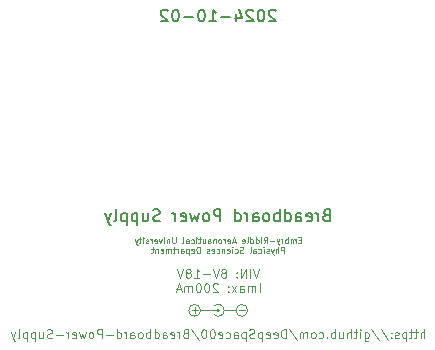
<source format=gbr>
%TF.GenerationSoftware,KiCad,Pcbnew,8.0.5+1*%
%TF.CreationDate,2024-10-02T06:07:40-04:00*%
%TF.ProjectId,breadboard-power-supply,62726561-6462-46f6-9172-642d706f7765,rev?*%
%TF.SameCoordinates,Original*%
%TF.FileFunction,Legend,Bot*%
%TF.FilePolarity,Positive*%
%FSLAX46Y46*%
G04 Gerber Fmt 4.6, Leading zero omitted, Abs format (unit mm)*
G04 Created by KiCad (PCBNEW 8.0.5+1) date 2024-10-02 06:07:40*
%MOMM*%
%LPD*%
G01*
G04 APERTURE LIST*
%ADD10C,0.100000*%
%ADD11C,0.175000*%
%ADD12C,0.150000*%
%ADD13C,0.120000*%
G04 APERTURE END LIST*
D10*
X126500000Y-116500000D02*
X125000000Y-116500000D01*
X127000000Y-116500000D02*
X128000000Y-116500000D01*
X125000000Y-116500000D02*
G75*
G02*
X124000000Y-116500000I-500000J0D01*
G01*
X124000000Y-116500000D02*
G75*
G02*
X125000000Y-116500000I500000J0D01*
G01*
X128250000Y-116500000D02*
X128750000Y-116500000D01*
X126146447Y-116146447D02*
G75*
G02*
X126146447Y-116853553I353553J-353553D01*
G01*
X124250000Y-116500000D02*
X124750000Y-116500000D01*
X129000000Y-116500000D02*
G75*
G02*
X128000000Y-116500000I-500000J0D01*
G01*
X128000000Y-116500000D02*
G75*
G02*
X129000000Y-116500000I500000J0D01*
G01*
D11*
X126587500Y-116500000D02*
G75*
G02*
X126412500Y-116500000I-87500J0D01*
G01*
X126412500Y-116500000D02*
G75*
G02*
X126587500Y-116500000I87500J0D01*
G01*
D10*
X124500000Y-116250000D02*
X124500000Y-116750000D01*
D12*
X131357142Y-91135057D02*
X131309523Y-91087438D01*
X131309523Y-91087438D02*
X131214285Y-91039819D01*
X131214285Y-91039819D02*
X130976190Y-91039819D01*
X130976190Y-91039819D02*
X130880952Y-91087438D01*
X130880952Y-91087438D02*
X130833333Y-91135057D01*
X130833333Y-91135057D02*
X130785714Y-91230295D01*
X130785714Y-91230295D02*
X130785714Y-91325533D01*
X130785714Y-91325533D02*
X130833333Y-91468390D01*
X130833333Y-91468390D02*
X131404761Y-92039819D01*
X131404761Y-92039819D02*
X130785714Y-92039819D01*
X130166666Y-91039819D02*
X130071428Y-91039819D01*
X130071428Y-91039819D02*
X129976190Y-91087438D01*
X129976190Y-91087438D02*
X129928571Y-91135057D01*
X129928571Y-91135057D02*
X129880952Y-91230295D01*
X129880952Y-91230295D02*
X129833333Y-91420771D01*
X129833333Y-91420771D02*
X129833333Y-91658866D01*
X129833333Y-91658866D02*
X129880952Y-91849342D01*
X129880952Y-91849342D02*
X129928571Y-91944580D01*
X129928571Y-91944580D02*
X129976190Y-91992200D01*
X129976190Y-91992200D02*
X130071428Y-92039819D01*
X130071428Y-92039819D02*
X130166666Y-92039819D01*
X130166666Y-92039819D02*
X130261904Y-91992200D01*
X130261904Y-91992200D02*
X130309523Y-91944580D01*
X130309523Y-91944580D02*
X130357142Y-91849342D01*
X130357142Y-91849342D02*
X130404761Y-91658866D01*
X130404761Y-91658866D02*
X130404761Y-91420771D01*
X130404761Y-91420771D02*
X130357142Y-91230295D01*
X130357142Y-91230295D02*
X130309523Y-91135057D01*
X130309523Y-91135057D02*
X130261904Y-91087438D01*
X130261904Y-91087438D02*
X130166666Y-91039819D01*
X129452380Y-91135057D02*
X129404761Y-91087438D01*
X129404761Y-91087438D02*
X129309523Y-91039819D01*
X129309523Y-91039819D02*
X129071428Y-91039819D01*
X129071428Y-91039819D02*
X128976190Y-91087438D01*
X128976190Y-91087438D02*
X128928571Y-91135057D01*
X128928571Y-91135057D02*
X128880952Y-91230295D01*
X128880952Y-91230295D02*
X128880952Y-91325533D01*
X128880952Y-91325533D02*
X128928571Y-91468390D01*
X128928571Y-91468390D02*
X129499999Y-92039819D01*
X129499999Y-92039819D02*
X128880952Y-92039819D01*
X128023809Y-91373152D02*
X128023809Y-92039819D01*
X128261904Y-90992200D02*
X128499999Y-91706485D01*
X128499999Y-91706485D02*
X127880952Y-91706485D01*
X127499999Y-91658866D02*
X126738095Y-91658866D01*
X125738095Y-92039819D02*
X126309523Y-92039819D01*
X126023809Y-92039819D02*
X126023809Y-91039819D01*
X126023809Y-91039819D02*
X126119047Y-91182676D01*
X126119047Y-91182676D02*
X126214285Y-91277914D01*
X126214285Y-91277914D02*
X126309523Y-91325533D01*
X125119047Y-91039819D02*
X125023809Y-91039819D01*
X125023809Y-91039819D02*
X124928571Y-91087438D01*
X124928571Y-91087438D02*
X124880952Y-91135057D01*
X124880952Y-91135057D02*
X124833333Y-91230295D01*
X124833333Y-91230295D02*
X124785714Y-91420771D01*
X124785714Y-91420771D02*
X124785714Y-91658866D01*
X124785714Y-91658866D02*
X124833333Y-91849342D01*
X124833333Y-91849342D02*
X124880952Y-91944580D01*
X124880952Y-91944580D02*
X124928571Y-91992200D01*
X124928571Y-91992200D02*
X125023809Y-92039819D01*
X125023809Y-92039819D02*
X125119047Y-92039819D01*
X125119047Y-92039819D02*
X125214285Y-91992200D01*
X125214285Y-91992200D02*
X125261904Y-91944580D01*
X125261904Y-91944580D02*
X125309523Y-91849342D01*
X125309523Y-91849342D02*
X125357142Y-91658866D01*
X125357142Y-91658866D02*
X125357142Y-91420771D01*
X125357142Y-91420771D02*
X125309523Y-91230295D01*
X125309523Y-91230295D02*
X125261904Y-91135057D01*
X125261904Y-91135057D02*
X125214285Y-91087438D01*
X125214285Y-91087438D02*
X125119047Y-91039819D01*
X124357142Y-91658866D02*
X123595238Y-91658866D01*
X122928571Y-91039819D02*
X122833333Y-91039819D01*
X122833333Y-91039819D02*
X122738095Y-91087438D01*
X122738095Y-91087438D02*
X122690476Y-91135057D01*
X122690476Y-91135057D02*
X122642857Y-91230295D01*
X122642857Y-91230295D02*
X122595238Y-91420771D01*
X122595238Y-91420771D02*
X122595238Y-91658866D01*
X122595238Y-91658866D02*
X122642857Y-91849342D01*
X122642857Y-91849342D02*
X122690476Y-91944580D01*
X122690476Y-91944580D02*
X122738095Y-91992200D01*
X122738095Y-91992200D02*
X122833333Y-92039819D01*
X122833333Y-92039819D02*
X122928571Y-92039819D01*
X122928571Y-92039819D02*
X123023809Y-91992200D01*
X123023809Y-91992200D02*
X123071428Y-91944580D01*
X123071428Y-91944580D02*
X123119047Y-91849342D01*
X123119047Y-91849342D02*
X123166666Y-91658866D01*
X123166666Y-91658866D02*
X123166666Y-91420771D01*
X123166666Y-91420771D02*
X123119047Y-91230295D01*
X123119047Y-91230295D02*
X123071428Y-91135057D01*
X123071428Y-91135057D02*
X123023809Y-91087438D01*
X123023809Y-91087438D02*
X122928571Y-91039819D01*
X122214285Y-91135057D02*
X122166666Y-91087438D01*
X122166666Y-91087438D02*
X122071428Y-91039819D01*
X122071428Y-91039819D02*
X121833333Y-91039819D01*
X121833333Y-91039819D02*
X121738095Y-91087438D01*
X121738095Y-91087438D02*
X121690476Y-91135057D01*
X121690476Y-91135057D02*
X121642857Y-91230295D01*
X121642857Y-91230295D02*
X121642857Y-91325533D01*
X121642857Y-91325533D02*
X121690476Y-91468390D01*
X121690476Y-91468390D02*
X122261904Y-92039819D01*
X122261904Y-92039819D02*
X121642857Y-92039819D01*
D10*
X133511903Y-110561718D02*
X133345236Y-110561718D01*
X133273808Y-110823623D02*
X133511903Y-110823623D01*
X133511903Y-110823623D02*
X133511903Y-110323623D01*
X133511903Y-110323623D02*
X133273808Y-110323623D01*
X133059522Y-110823623D02*
X133059522Y-110490290D01*
X133059522Y-110537909D02*
X133035712Y-110514099D01*
X133035712Y-110514099D02*
X132988093Y-110490290D01*
X132988093Y-110490290D02*
X132916665Y-110490290D01*
X132916665Y-110490290D02*
X132869046Y-110514099D01*
X132869046Y-110514099D02*
X132845236Y-110561718D01*
X132845236Y-110561718D02*
X132845236Y-110823623D01*
X132845236Y-110561718D02*
X132821427Y-110514099D01*
X132821427Y-110514099D02*
X132773808Y-110490290D01*
X132773808Y-110490290D02*
X132702379Y-110490290D01*
X132702379Y-110490290D02*
X132654760Y-110514099D01*
X132654760Y-110514099D02*
X132630950Y-110561718D01*
X132630950Y-110561718D02*
X132630950Y-110823623D01*
X132392855Y-110823623D02*
X132392855Y-110323623D01*
X132392855Y-110514099D02*
X132345236Y-110490290D01*
X132345236Y-110490290D02*
X132249998Y-110490290D01*
X132249998Y-110490290D02*
X132202379Y-110514099D01*
X132202379Y-110514099D02*
X132178569Y-110537909D01*
X132178569Y-110537909D02*
X132154760Y-110585528D01*
X132154760Y-110585528D02*
X132154760Y-110728385D01*
X132154760Y-110728385D02*
X132178569Y-110776004D01*
X132178569Y-110776004D02*
X132202379Y-110799814D01*
X132202379Y-110799814D02*
X132249998Y-110823623D01*
X132249998Y-110823623D02*
X132345236Y-110823623D01*
X132345236Y-110823623D02*
X132392855Y-110799814D01*
X131940474Y-110823623D02*
X131940474Y-110490290D01*
X131940474Y-110585528D02*
X131916664Y-110537909D01*
X131916664Y-110537909D02*
X131892855Y-110514099D01*
X131892855Y-110514099D02*
X131845236Y-110490290D01*
X131845236Y-110490290D02*
X131797617Y-110490290D01*
X131678569Y-110490290D02*
X131559521Y-110823623D01*
X131440474Y-110490290D02*
X131559521Y-110823623D01*
X131559521Y-110823623D02*
X131607140Y-110942671D01*
X131607140Y-110942671D02*
X131630950Y-110966480D01*
X131630950Y-110966480D02*
X131678569Y-110990290D01*
X131249998Y-110633147D02*
X130869046Y-110633147D01*
X130345236Y-110823623D02*
X130511902Y-110585528D01*
X130630950Y-110823623D02*
X130630950Y-110323623D01*
X130630950Y-110323623D02*
X130440474Y-110323623D01*
X130440474Y-110323623D02*
X130392855Y-110347433D01*
X130392855Y-110347433D02*
X130369045Y-110371242D01*
X130369045Y-110371242D02*
X130345236Y-110418861D01*
X130345236Y-110418861D02*
X130345236Y-110490290D01*
X130345236Y-110490290D02*
X130369045Y-110537909D01*
X130369045Y-110537909D02*
X130392855Y-110561718D01*
X130392855Y-110561718D02*
X130440474Y-110585528D01*
X130440474Y-110585528D02*
X130630950Y-110585528D01*
X130130950Y-110823623D02*
X130130950Y-110490290D01*
X130130950Y-110323623D02*
X130154759Y-110347433D01*
X130154759Y-110347433D02*
X130130950Y-110371242D01*
X130130950Y-110371242D02*
X130107140Y-110347433D01*
X130107140Y-110347433D02*
X130130950Y-110323623D01*
X130130950Y-110323623D02*
X130130950Y-110371242D01*
X129678569Y-110823623D02*
X129678569Y-110323623D01*
X129678569Y-110799814D02*
X129726188Y-110823623D01*
X129726188Y-110823623D02*
X129821426Y-110823623D01*
X129821426Y-110823623D02*
X129869045Y-110799814D01*
X129869045Y-110799814D02*
X129892855Y-110776004D01*
X129892855Y-110776004D02*
X129916664Y-110728385D01*
X129916664Y-110728385D02*
X129916664Y-110585528D01*
X129916664Y-110585528D02*
X129892855Y-110537909D01*
X129892855Y-110537909D02*
X129869045Y-110514099D01*
X129869045Y-110514099D02*
X129821426Y-110490290D01*
X129821426Y-110490290D02*
X129726188Y-110490290D01*
X129726188Y-110490290D02*
X129678569Y-110514099D01*
X129226188Y-110823623D02*
X129226188Y-110323623D01*
X129226188Y-110799814D02*
X129273807Y-110823623D01*
X129273807Y-110823623D02*
X129369045Y-110823623D01*
X129369045Y-110823623D02*
X129416664Y-110799814D01*
X129416664Y-110799814D02*
X129440474Y-110776004D01*
X129440474Y-110776004D02*
X129464283Y-110728385D01*
X129464283Y-110728385D02*
X129464283Y-110585528D01*
X129464283Y-110585528D02*
X129440474Y-110537909D01*
X129440474Y-110537909D02*
X129416664Y-110514099D01*
X129416664Y-110514099D02*
X129369045Y-110490290D01*
X129369045Y-110490290D02*
X129273807Y-110490290D01*
X129273807Y-110490290D02*
X129226188Y-110514099D01*
X128916664Y-110823623D02*
X128964283Y-110799814D01*
X128964283Y-110799814D02*
X128988093Y-110752194D01*
X128988093Y-110752194D02*
X128988093Y-110323623D01*
X128535712Y-110799814D02*
X128583331Y-110823623D01*
X128583331Y-110823623D02*
X128678569Y-110823623D01*
X128678569Y-110823623D02*
X128726188Y-110799814D01*
X128726188Y-110799814D02*
X128749997Y-110752194D01*
X128749997Y-110752194D02*
X128749997Y-110561718D01*
X128749997Y-110561718D02*
X128726188Y-110514099D01*
X128726188Y-110514099D02*
X128678569Y-110490290D01*
X128678569Y-110490290D02*
X128583331Y-110490290D01*
X128583331Y-110490290D02*
X128535712Y-110514099D01*
X128535712Y-110514099D02*
X128511902Y-110561718D01*
X128511902Y-110561718D02*
X128511902Y-110609337D01*
X128511902Y-110609337D02*
X128749997Y-110656956D01*
X127940474Y-110680766D02*
X127702379Y-110680766D01*
X127988093Y-110823623D02*
X127821427Y-110323623D01*
X127821427Y-110323623D02*
X127654760Y-110823623D01*
X127297618Y-110799814D02*
X127345237Y-110823623D01*
X127345237Y-110823623D02*
X127440475Y-110823623D01*
X127440475Y-110823623D02*
X127488094Y-110799814D01*
X127488094Y-110799814D02*
X127511903Y-110752194D01*
X127511903Y-110752194D02*
X127511903Y-110561718D01*
X127511903Y-110561718D02*
X127488094Y-110514099D01*
X127488094Y-110514099D02*
X127440475Y-110490290D01*
X127440475Y-110490290D02*
X127345237Y-110490290D01*
X127345237Y-110490290D02*
X127297618Y-110514099D01*
X127297618Y-110514099D02*
X127273808Y-110561718D01*
X127273808Y-110561718D02*
X127273808Y-110609337D01*
X127273808Y-110609337D02*
X127511903Y-110656956D01*
X127059523Y-110823623D02*
X127059523Y-110490290D01*
X127059523Y-110585528D02*
X127035713Y-110537909D01*
X127035713Y-110537909D02*
X127011904Y-110514099D01*
X127011904Y-110514099D02*
X126964285Y-110490290D01*
X126964285Y-110490290D02*
X126916666Y-110490290D01*
X126678570Y-110823623D02*
X126726189Y-110799814D01*
X126726189Y-110799814D02*
X126749999Y-110776004D01*
X126749999Y-110776004D02*
X126773808Y-110728385D01*
X126773808Y-110728385D02*
X126773808Y-110585528D01*
X126773808Y-110585528D02*
X126749999Y-110537909D01*
X126749999Y-110537909D02*
X126726189Y-110514099D01*
X126726189Y-110514099D02*
X126678570Y-110490290D01*
X126678570Y-110490290D02*
X126607142Y-110490290D01*
X126607142Y-110490290D02*
X126559523Y-110514099D01*
X126559523Y-110514099D02*
X126535713Y-110537909D01*
X126535713Y-110537909D02*
X126511904Y-110585528D01*
X126511904Y-110585528D02*
X126511904Y-110728385D01*
X126511904Y-110728385D02*
X126535713Y-110776004D01*
X126535713Y-110776004D02*
X126559523Y-110799814D01*
X126559523Y-110799814D02*
X126607142Y-110823623D01*
X126607142Y-110823623D02*
X126678570Y-110823623D01*
X126297618Y-110490290D02*
X126297618Y-110823623D01*
X126297618Y-110537909D02*
X126273808Y-110514099D01*
X126273808Y-110514099D02*
X126226189Y-110490290D01*
X126226189Y-110490290D02*
X126154761Y-110490290D01*
X126154761Y-110490290D02*
X126107142Y-110514099D01*
X126107142Y-110514099D02*
X126083332Y-110561718D01*
X126083332Y-110561718D02*
X126083332Y-110823623D01*
X125630951Y-110823623D02*
X125630951Y-110561718D01*
X125630951Y-110561718D02*
X125654761Y-110514099D01*
X125654761Y-110514099D02*
X125702380Y-110490290D01*
X125702380Y-110490290D02*
X125797618Y-110490290D01*
X125797618Y-110490290D02*
X125845237Y-110514099D01*
X125630951Y-110799814D02*
X125678570Y-110823623D01*
X125678570Y-110823623D02*
X125797618Y-110823623D01*
X125797618Y-110823623D02*
X125845237Y-110799814D01*
X125845237Y-110799814D02*
X125869046Y-110752194D01*
X125869046Y-110752194D02*
X125869046Y-110704575D01*
X125869046Y-110704575D02*
X125845237Y-110656956D01*
X125845237Y-110656956D02*
X125797618Y-110633147D01*
X125797618Y-110633147D02*
X125678570Y-110633147D01*
X125678570Y-110633147D02*
X125630951Y-110609337D01*
X125178570Y-110490290D02*
X125178570Y-110823623D01*
X125392856Y-110490290D02*
X125392856Y-110752194D01*
X125392856Y-110752194D02*
X125369046Y-110799814D01*
X125369046Y-110799814D02*
X125321427Y-110823623D01*
X125321427Y-110823623D02*
X125249999Y-110823623D01*
X125249999Y-110823623D02*
X125202380Y-110799814D01*
X125202380Y-110799814D02*
X125178570Y-110776004D01*
X125011903Y-110490290D02*
X124821427Y-110490290D01*
X124940475Y-110323623D02*
X124940475Y-110752194D01*
X124940475Y-110752194D02*
X124916665Y-110799814D01*
X124916665Y-110799814D02*
X124869046Y-110823623D01*
X124869046Y-110823623D02*
X124821427Y-110823623D01*
X124654761Y-110823623D02*
X124654761Y-110490290D01*
X124654761Y-110323623D02*
X124678570Y-110347433D01*
X124678570Y-110347433D02*
X124654761Y-110371242D01*
X124654761Y-110371242D02*
X124630951Y-110347433D01*
X124630951Y-110347433D02*
X124654761Y-110323623D01*
X124654761Y-110323623D02*
X124654761Y-110371242D01*
X124202380Y-110799814D02*
X124249999Y-110823623D01*
X124249999Y-110823623D02*
X124345237Y-110823623D01*
X124345237Y-110823623D02*
X124392856Y-110799814D01*
X124392856Y-110799814D02*
X124416666Y-110776004D01*
X124416666Y-110776004D02*
X124440475Y-110728385D01*
X124440475Y-110728385D02*
X124440475Y-110585528D01*
X124440475Y-110585528D02*
X124416666Y-110537909D01*
X124416666Y-110537909D02*
X124392856Y-110514099D01*
X124392856Y-110514099D02*
X124345237Y-110490290D01*
X124345237Y-110490290D02*
X124249999Y-110490290D01*
X124249999Y-110490290D02*
X124202380Y-110514099D01*
X123773809Y-110823623D02*
X123773809Y-110561718D01*
X123773809Y-110561718D02*
X123797619Y-110514099D01*
X123797619Y-110514099D02*
X123845238Y-110490290D01*
X123845238Y-110490290D02*
X123940476Y-110490290D01*
X123940476Y-110490290D02*
X123988095Y-110514099D01*
X123773809Y-110799814D02*
X123821428Y-110823623D01*
X123821428Y-110823623D02*
X123940476Y-110823623D01*
X123940476Y-110823623D02*
X123988095Y-110799814D01*
X123988095Y-110799814D02*
X124011904Y-110752194D01*
X124011904Y-110752194D02*
X124011904Y-110704575D01*
X124011904Y-110704575D02*
X123988095Y-110656956D01*
X123988095Y-110656956D02*
X123940476Y-110633147D01*
X123940476Y-110633147D02*
X123821428Y-110633147D01*
X123821428Y-110633147D02*
X123773809Y-110609337D01*
X123464285Y-110823623D02*
X123511904Y-110799814D01*
X123511904Y-110799814D02*
X123535714Y-110752194D01*
X123535714Y-110752194D02*
X123535714Y-110323623D01*
X122892857Y-110323623D02*
X122892857Y-110728385D01*
X122892857Y-110728385D02*
X122869047Y-110776004D01*
X122869047Y-110776004D02*
X122845238Y-110799814D01*
X122845238Y-110799814D02*
X122797619Y-110823623D01*
X122797619Y-110823623D02*
X122702381Y-110823623D01*
X122702381Y-110823623D02*
X122654762Y-110799814D01*
X122654762Y-110799814D02*
X122630952Y-110776004D01*
X122630952Y-110776004D02*
X122607143Y-110728385D01*
X122607143Y-110728385D02*
X122607143Y-110323623D01*
X122369047Y-110490290D02*
X122369047Y-110823623D01*
X122369047Y-110537909D02*
X122345237Y-110514099D01*
X122345237Y-110514099D02*
X122297618Y-110490290D01*
X122297618Y-110490290D02*
X122226190Y-110490290D01*
X122226190Y-110490290D02*
X122178571Y-110514099D01*
X122178571Y-110514099D02*
X122154761Y-110561718D01*
X122154761Y-110561718D02*
X122154761Y-110823623D01*
X121916666Y-110823623D02*
X121916666Y-110490290D01*
X121916666Y-110323623D02*
X121940475Y-110347433D01*
X121940475Y-110347433D02*
X121916666Y-110371242D01*
X121916666Y-110371242D02*
X121892856Y-110347433D01*
X121892856Y-110347433D02*
X121916666Y-110323623D01*
X121916666Y-110323623D02*
X121916666Y-110371242D01*
X121726190Y-110490290D02*
X121607142Y-110823623D01*
X121607142Y-110823623D02*
X121488095Y-110490290D01*
X121107143Y-110799814D02*
X121154762Y-110823623D01*
X121154762Y-110823623D02*
X121250000Y-110823623D01*
X121250000Y-110823623D02*
X121297619Y-110799814D01*
X121297619Y-110799814D02*
X121321428Y-110752194D01*
X121321428Y-110752194D02*
X121321428Y-110561718D01*
X121321428Y-110561718D02*
X121297619Y-110514099D01*
X121297619Y-110514099D02*
X121250000Y-110490290D01*
X121250000Y-110490290D02*
X121154762Y-110490290D01*
X121154762Y-110490290D02*
X121107143Y-110514099D01*
X121107143Y-110514099D02*
X121083333Y-110561718D01*
X121083333Y-110561718D02*
X121083333Y-110609337D01*
X121083333Y-110609337D02*
X121321428Y-110656956D01*
X120869048Y-110823623D02*
X120869048Y-110490290D01*
X120869048Y-110585528D02*
X120845238Y-110537909D01*
X120845238Y-110537909D02*
X120821429Y-110514099D01*
X120821429Y-110514099D02*
X120773810Y-110490290D01*
X120773810Y-110490290D02*
X120726191Y-110490290D01*
X120583333Y-110799814D02*
X120535714Y-110823623D01*
X120535714Y-110823623D02*
X120440476Y-110823623D01*
X120440476Y-110823623D02*
X120392857Y-110799814D01*
X120392857Y-110799814D02*
X120369048Y-110752194D01*
X120369048Y-110752194D02*
X120369048Y-110728385D01*
X120369048Y-110728385D02*
X120392857Y-110680766D01*
X120392857Y-110680766D02*
X120440476Y-110656956D01*
X120440476Y-110656956D02*
X120511905Y-110656956D01*
X120511905Y-110656956D02*
X120559524Y-110633147D01*
X120559524Y-110633147D02*
X120583333Y-110585528D01*
X120583333Y-110585528D02*
X120583333Y-110561718D01*
X120583333Y-110561718D02*
X120559524Y-110514099D01*
X120559524Y-110514099D02*
X120511905Y-110490290D01*
X120511905Y-110490290D02*
X120440476Y-110490290D01*
X120440476Y-110490290D02*
X120392857Y-110514099D01*
X120154762Y-110823623D02*
X120154762Y-110490290D01*
X120154762Y-110323623D02*
X120178571Y-110347433D01*
X120178571Y-110347433D02*
X120154762Y-110371242D01*
X120154762Y-110371242D02*
X120130952Y-110347433D01*
X120130952Y-110347433D02*
X120154762Y-110323623D01*
X120154762Y-110323623D02*
X120154762Y-110371242D01*
X119988095Y-110490290D02*
X119797619Y-110490290D01*
X119916667Y-110323623D02*
X119916667Y-110752194D01*
X119916667Y-110752194D02*
X119892857Y-110799814D01*
X119892857Y-110799814D02*
X119845238Y-110823623D01*
X119845238Y-110823623D02*
X119797619Y-110823623D01*
X119678572Y-110490290D02*
X119559524Y-110823623D01*
X119440477Y-110490290D02*
X119559524Y-110823623D01*
X119559524Y-110823623D02*
X119607143Y-110942671D01*
X119607143Y-110942671D02*
X119630953Y-110966480D01*
X119630953Y-110966480D02*
X119678572Y-110990290D01*
X132095235Y-111628595D02*
X132095235Y-111128595D01*
X132095235Y-111128595D02*
X131904759Y-111128595D01*
X131904759Y-111128595D02*
X131857140Y-111152405D01*
X131857140Y-111152405D02*
X131833330Y-111176214D01*
X131833330Y-111176214D02*
X131809521Y-111223833D01*
X131809521Y-111223833D02*
X131809521Y-111295262D01*
X131809521Y-111295262D02*
X131833330Y-111342881D01*
X131833330Y-111342881D02*
X131857140Y-111366690D01*
X131857140Y-111366690D02*
X131904759Y-111390500D01*
X131904759Y-111390500D02*
X132095235Y-111390500D01*
X131595235Y-111628595D02*
X131595235Y-111128595D01*
X131380949Y-111628595D02*
X131380949Y-111366690D01*
X131380949Y-111366690D02*
X131404759Y-111319071D01*
X131404759Y-111319071D02*
X131452378Y-111295262D01*
X131452378Y-111295262D02*
X131523806Y-111295262D01*
X131523806Y-111295262D02*
X131571425Y-111319071D01*
X131571425Y-111319071D02*
X131595235Y-111342881D01*
X131190473Y-111295262D02*
X131071425Y-111628595D01*
X130952378Y-111295262D02*
X131071425Y-111628595D01*
X131071425Y-111628595D02*
X131119044Y-111747643D01*
X131119044Y-111747643D02*
X131142854Y-111771452D01*
X131142854Y-111771452D02*
X131190473Y-111795262D01*
X130785711Y-111604786D02*
X130738092Y-111628595D01*
X130738092Y-111628595D02*
X130642854Y-111628595D01*
X130642854Y-111628595D02*
X130595235Y-111604786D01*
X130595235Y-111604786D02*
X130571426Y-111557166D01*
X130571426Y-111557166D02*
X130571426Y-111533357D01*
X130571426Y-111533357D02*
X130595235Y-111485738D01*
X130595235Y-111485738D02*
X130642854Y-111461928D01*
X130642854Y-111461928D02*
X130714283Y-111461928D01*
X130714283Y-111461928D02*
X130761902Y-111438119D01*
X130761902Y-111438119D02*
X130785711Y-111390500D01*
X130785711Y-111390500D02*
X130785711Y-111366690D01*
X130785711Y-111366690D02*
X130761902Y-111319071D01*
X130761902Y-111319071D02*
X130714283Y-111295262D01*
X130714283Y-111295262D02*
X130642854Y-111295262D01*
X130642854Y-111295262D02*
X130595235Y-111319071D01*
X130357140Y-111628595D02*
X130357140Y-111295262D01*
X130357140Y-111128595D02*
X130380949Y-111152405D01*
X130380949Y-111152405D02*
X130357140Y-111176214D01*
X130357140Y-111176214D02*
X130333330Y-111152405D01*
X130333330Y-111152405D02*
X130357140Y-111128595D01*
X130357140Y-111128595D02*
X130357140Y-111176214D01*
X129904759Y-111604786D02*
X129952378Y-111628595D01*
X129952378Y-111628595D02*
X130047616Y-111628595D01*
X130047616Y-111628595D02*
X130095235Y-111604786D01*
X130095235Y-111604786D02*
X130119045Y-111580976D01*
X130119045Y-111580976D02*
X130142854Y-111533357D01*
X130142854Y-111533357D02*
X130142854Y-111390500D01*
X130142854Y-111390500D02*
X130119045Y-111342881D01*
X130119045Y-111342881D02*
X130095235Y-111319071D01*
X130095235Y-111319071D02*
X130047616Y-111295262D01*
X130047616Y-111295262D02*
X129952378Y-111295262D01*
X129952378Y-111295262D02*
X129904759Y-111319071D01*
X129476188Y-111628595D02*
X129476188Y-111366690D01*
X129476188Y-111366690D02*
X129499998Y-111319071D01*
X129499998Y-111319071D02*
X129547617Y-111295262D01*
X129547617Y-111295262D02*
X129642855Y-111295262D01*
X129642855Y-111295262D02*
X129690474Y-111319071D01*
X129476188Y-111604786D02*
X129523807Y-111628595D01*
X129523807Y-111628595D02*
X129642855Y-111628595D01*
X129642855Y-111628595D02*
X129690474Y-111604786D01*
X129690474Y-111604786D02*
X129714283Y-111557166D01*
X129714283Y-111557166D02*
X129714283Y-111509547D01*
X129714283Y-111509547D02*
X129690474Y-111461928D01*
X129690474Y-111461928D02*
X129642855Y-111438119D01*
X129642855Y-111438119D02*
X129523807Y-111438119D01*
X129523807Y-111438119D02*
X129476188Y-111414309D01*
X129166664Y-111628595D02*
X129214283Y-111604786D01*
X129214283Y-111604786D02*
X129238093Y-111557166D01*
X129238093Y-111557166D02*
X129238093Y-111128595D01*
X128619045Y-111604786D02*
X128547617Y-111628595D01*
X128547617Y-111628595D02*
X128428569Y-111628595D01*
X128428569Y-111628595D02*
X128380950Y-111604786D01*
X128380950Y-111604786D02*
X128357141Y-111580976D01*
X128357141Y-111580976D02*
X128333331Y-111533357D01*
X128333331Y-111533357D02*
X128333331Y-111485738D01*
X128333331Y-111485738D02*
X128357141Y-111438119D01*
X128357141Y-111438119D02*
X128380950Y-111414309D01*
X128380950Y-111414309D02*
X128428569Y-111390500D01*
X128428569Y-111390500D02*
X128523807Y-111366690D01*
X128523807Y-111366690D02*
X128571426Y-111342881D01*
X128571426Y-111342881D02*
X128595236Y-111319071D01*
X128595236Y-111319071D02*
X128619045Y-111271452D01*
X128619045Y-111271452D02*
X128619045Y-111223833D01*
X128619045Y-111223833D02*
X128595236Y-111176214D01*
X128595236Y-111176214D02*
X128571426Y-111152405D01*
X128571426Y-111152405D02*
X128523807Y-111128595D01*
X128523807Y-111128595D02*
X128404760Y-111128595D01*
X128404760Y-111128595D02*
X128333331Y-111152405D01*
X127904760Y-111604786D02*
X127952379Y-111628595D01*
X127952379Y-111628595D02*
X128047617Y-111628595D01*
X128047617Y-111628595D02*
X128095236Y-111604786D01*
X128095236Y-111604786D02*
X128119046Y-111580976D01*
X128119046Y-111580976D02*
X128142855Y-111533357D01*
X128142855Y-111533357D02*
X128142855Y-111390500D01*
X128142855Y-111390500D02*
X128119046Y-111342881D01*
X128119046Y-111342881D02*
X128095236Y-111319071D01*
X128095236Y-111319071D02*
X128047617Y-111295262D01*
X128047617Y-111295262D02*
X127952379Y-111295262D01*
X127952379Y-111295262D02*
X127904760Y-111319071D01*
X127690475Y-111628595D02*
X127690475Y-111295262D01*
X127690475Y-111128595D02*
X127714284Y-111152405D01*
X127714284Y-111152405D02*
X127690475Y-111176214D01*
X127690475Y-111176214D02*
X127666665Y-111152405D01*
X127666665Y-111152405D02*
X127690475Y-111128595D01*
X127690475Y-111128595D02*
X127690475Y-111176214D01*
X127261904Y-111604786D02*
X127309523Y-111628595D01*
X127309523Y-111628595D02*
X127404761Y-111628595D01*
X127404761Y-111628595D02*
X127452380Y-111604786D01*
X127452380Y-111604786D02*
X127476189Y-111557166D01*
X127476189Y-111557166D02*
X127476189Y-111366690D01*
X127476189Y-111366690D02*
X127452380Y-111319071D01*
X127452380Y-111319071D02*
X127404761Y-111295262D01*
X127404761Y-111295262D02*
X127309523Y-111295262D01*
X127309523Y-111295262D02*
X127261904Y-111319071D01*
X127261904Y-111319071D02*
X127238094Y-111366690D01*
X127238094Y-111366690D02*
X127238094Y-111414309D01*
X127238094Y-111414309D02*
X127476189Y-111461928D01*
X127023809Y-111295262D02*
X127023809Y-111628595D01*
X127023809Y-111342881D02*
X126999999Y-111319071D01*
X126999999Y-111319071D02*
X126952380Y-111295262D01*
X126952380Y-111295262D02*
X126880952Y-111295262D01*
X126880952Y-111295262D02*
X126833333Y-111319071D01*
X126833333Y-111319071D02*
X126809523Y-111366690D01*
X126809523Y-111366690D02*
X126809523Y-111628595D01*
X126357142Y-111604786D02*
X126404761Y-111628595D01*
X126404761Y-111628595D02*
X126499999Y-111628595D01*
X126499999Y-111628595D02*
X126547618Y-111604786D01*
X126547618Y-111604786D02*
X126571428Y-111580976D01*
X126571428Y-111580976D02*
X126595237Y-111533357D01*
X126595237Y-111533357D02*
X126595237Y-111390500D01*
X126595237Y-111390500D02*
X126571428Y-111342881D01*
X126571428Y-111342881D02*
X126547618Y-111319071D01*
X126547618Y-111319071D02*
X126499999Y-111295262D01*
X126499999Y-111295262D02*
X126404761Y-111295262D01*
X126404761Y-111295262D02*
X126357142Y-111319071D01*
X125952381Y-111604786D02*
X126000000Y-111628595D01*
X126000000Y-111628595D02*
X126095238Y-111628595D01*
X126095238Y-111628595D02*
X126142857Y-111604786D01*
X126142857Y-111604786D02*
X126166666Y-111557166D01*
X126166666Y-111557166D02*
X126166666Y-111366690D01*
X126166666Y-111366690D02*
X126142857Y-111319071D01*
X126142857Y-111319071D02*
X126095238Y-111295262D01*
X126095238Y-111295262D02*
X126000000Y-111295262D01*
X126000000Y-111295262D02*
X125952381Y-111319071D01*
X125952381Y-111319071D02*
X125928571Y-111366690D01*
X125928571Y-111366690D02*
X125928571Y-111414309D01*
X125928571Y-111414309D02*
X126166666Y-111461928D01*
X125738095Y-111604786D02*
X125690476Y-111628595D01*
X125690476Y-111628595D02*
X125595238Y-111628595D01*
X125595238Y-111628595D02*
X125547619Y-111604786D01*
X125547619Y-111604786D02*
X125523810Y-111557166D01*
X125523810Y-111557166D02*
X125523810Y-111533357D01*
X125523810Y-111533357D02*
X125547619Y-111485738D01*
X125547619Y-111485738D02*
X125595238Y-111461928D01*
X125595238Y-111461928D02*
X125666667Y-111461928D01*
X125666667Y-111461928D02*
X125714286Y-111438119D01*
X125714286Y-111438119D02*
X125738095Y-111390500D01*
X125738095Y-111390500D02*
X125738095Y-111366690D01*
X125738095Y-111366690D02*
X125714286Y-111319071D01*
X125714286Y-111319071D02*
X125666667Y-111295262D01*
X125666667Y-111295262D02*
X125595238Y-111295262D01*
X125595238Y-111295262D02*
X125547619Y-111319071D01*
X124928572Y-111628595D02*
X124928572Y-111128595D01*
X124928572Y-111128595D02*
X124809524Y-111128595D01*
X124809524Y-111128595D02*
X124738096Y-111152405D01*
X124738096Y-111152405D02*
X124690477Y-111200024D01*
X124690477Y-111200024D02*
X124666667Y-111247643D01*
X124666667Y-111247643D02*
X124642858Y-111342881D01*
X124642858Y-111342881D02*
X124642858Y-111414309D01*
X124642858Y-111414309D02*
X124666667Y-111509547D01*
X124666667Y-111509547D02*
X124690477Y-111557166D01*
X124690477Y-111557166D02*
X124738096Y-111604786D01*
X124738096Y-111604786D02*
X124809524Y-111628595D01*
X124809524Y-111628595D02*
X124928572Y-111628595D01*
X124238096Y-111604786D02*
X124285715Y-111628595D01*
X124285715Y-111628595D02*
X124380953Y-111628595D01*
X124380953Y-111628595D02*
X124428572Y-111604786D01*
X124428572Y-111604786D02*
X124452381Y-111557166D01*
X124452381Y-111557166D02*
X124452381Y-111366690D01*
X124452381Y-111366690D02*
X124428572Y-111319071D01*
X124428572Y-111319071D02*
X124380953Y-111295262D01*
X124380953Y-111295262D02*
X124285715Y-111295262D01*
X124285715Y-111295262D02*
X124238096Y-111319071D01*
X124238096Y-111319071D02*
X124214286Y-111366690D01*
X124214286Y-111366690D02*
X124214286Y-111414309D01*
X124214286Y-111414309D02*
X124452381Y-111461928D01*
X124000001Y-111295262D02*
X124000001Y-111795262D01*
X124000001Y-111319071D02*
X123952382Y-111295262D01*
X123952382Y-111295262D02*
X123857144Y-111295262D01*
X123857144Y-111295262D02*
X123809525Y-111319071D01*
X123809525Y-111319071D02*
X123785715Y-111342881D01*
X123785715Y-111342881D02*
X123761906Y-111390500D01*
X123761906Y-111390500D02*
X123761906Y-111533357D01*
X123761906Y-111533357D02*
X123785715Y-111580976D01*
X123785715Y-111580976D02*
X123809525Y-111604786D01*
X123809525Y-111604786D02*
X123857144Y-111628595D01*
X123857144Y-111628595D02*
X123952382Y-111628595D01*
X123952382Y-111628595D02*
X124000001Y-111604786D01*
X123333334Y-111628595D02*
X123333334Y-111366690D01*
X123333334Y-111366690D02*
X123357144Y-111319071D01*
X123357144Y-111319071D02*
X123404763Y-111295262D01*
X123404763Y-111295262D02*
X123500001Y-111295262D01*
X123500001Y-111295262D02*
X123547620Y-111319071D01*
X123333334Y-111604786D02*
X123380953Y-111628595D01*
X123380953Y-111628595D02*
X123500001Y-111628595D01*
X123500001Y-111628595D02*
X123547620Y-111604786D01*
X123547620Y-111604786D02*
X123571429Y-111557166D01*
X123571429Y-111557166D02*
X123571429Y-111509547D01*
X123571429Y-111509547D02*
X123547620Y-111461928D01*
X123547620Y-111461928D02*
X123500001Y-111438119D01*
X123500001Y-111438119D02*
X123380953Y-111438119D01*
X123380953Y-111438119D02*
X123333334Y-111414309D01*
X123095239Y-111628595D02*
X123095239Y-111295262D01*
X123095239Y-111390500D02*
X123071429Y-111342881D01*
X123071429Y-111342881D02*
X123047620Y-111319071D01*
X123047620Y-111319071D02*
X123000001Y-111295262D01*
X123000001Y-111295262D02*
X122952382Y-111295262D01*
X122857143Y-111295262D02*
X122666667Y-111295262D01*
X122785715Y-111128595D02*
X122785715Y-111557166D01*
X122785715Y-111557166D02*
X122761905Y-111604786D01*
X122761905Y-111604786D02*
X122714286Y-111628595D01*
X122714286Y-111628595D02*
X122666667Y-111628595D01*
X122500001Y-111628595D02*
X122500001Y-111295262D01*
X122500001Y-111342881D02*
X122476191Y-111319071D01*
X122476191Y-111319071D02*
X122428572Y-111295262D01*
X122428572Y-111295262D02*
X122357144Y-111295262D01*
X122357144Y-111295262D02*
X122309525Y-111319071D01*
X122309525Y-111319071D02*
X122285715Y-111366690D01*
X122285715Y-111366690D02*
X122285715Y-111628595D01*
X122285715Y-111366690D02*
X122261906Y-111319071D01*
X122261906Y-111319071D02*
X122214287Y-111295262D01*
X122214287Y-111295262D02*
X122142858Y-111295262D01*
X122142858Y-111295262D02*
X122095239Y-111319071D01*
X122095239Y-111319071D02*
X122071429Y-111366690D01*
X122071429Y-111366690D02*
X122071429Y-111628595D01*
X121642858Y-111604786D02*
X121690477Y-111628595D01*
X121690477Y-111628595D02*
X121785715Y-111628595D01*
X121785715Y-111628595D02*
X121833334Y-111604786D01*
X121833334Y-111604786D02*
X121857143Y-111557166D01*
X121857143Y-111557166D02*
X121857143Y-111366690D01*
X121857143Y-111366690D02*
X121833334Y-111319071D01*
X121833334Y-111319071D02*
X121785715Y-111295262D01*
X121785715Y-111295262D02*
X121690477Y-111295262D01*
X121690477Y-111295262D02*
X121642858Y-111319071D01*
X121642858Y-111319071D02*
X121619048Y-111366690D01*
X121619048Y-111366690D02*
X121619048Y-111414309D01*
X121619048Y-111414309D02*
X121857143Y-111461928D01*
X121404763Y-111295262D02*
X121404763Y-111628595D01*
X121404763Y-111342881D02*
X121380953Y-111319071D01*
X121380953Y-111319071D02*
X121333334Y-111295262D01*
X121333334Y-111295262D02*
X121261906Y-111295262D01*
X121261906Y-111295262D02*
X121214287Y-111319071D01*
X121214287Y-111319071D02*
X121190477Y-111366690D01*
X121190477Y-111366690D02*
X121190477Y-111628595D01*
X121023810Y-111295262D02*
X120833334Y-111295262D01*
X120952382Y-111128595D02*
X120952382Y-111557166D01*
X120952382Y-111557166D02*
X120928572Y-111604786D01*
X120928572Y-111604786D02*
X120880953Y-111628595D01*
X120880953Y-111628595D02*
X120833334Y-111628595D01*
D12*
X135642858Y-108431009D02*
X135500001Y-108478628D01*
X135500001Y-108478628D02*
X135452382Y-108526247D01*
X135452382Y-108526247D02*
X135404763Y-108621485D01*
X135404763Y-108621485D02*
X135404763Y-108764342D01*
X135404763Y-108764342D02*
X135452382Y-108859580D01*
X135452382Y-108859580D02*
X135500001Y-108907200D01*
X135500001Y-108907200D02*
X135595239Y-108954819D01*
X135595239Y-108954819D02*
X135976191Y-108954819D01*
X135976191Y-108954819D02*
X135976191Y-107954819D01*
X135976191Y-107954819D02*
X135642858Y-107954819D01*
X135642858Y-107954819D02*
X135547620Y-108002438D01*
X135547620Y-108002438D02*
X135500001Y-108050057D01*
X135500001Y-108050057D02*
X135452382Y-108145295D01*
X135452382Y-108145295D02*
X135452382Y-108240533D01*
X135452382Y-108240533D02*
X135500001Y-108335771D01*
X135500001Y-108335771D02*
X135547620Y-108383390D01*
X135547620Y-108383390D02*
X135642858Y-108431009D01*
X135642858Y-108431009D02*
X135976191Y-108431009D01*
X134976191Y-108954819D02*
X134976191Y-108288152D01*
X134976191Y-108478628D02*
X134928572Y-108383390D01*
X134928572Y-108383390D02*
X134880953Y-108335771D01*
X134880953Y-108335771D02*
X134785715Y-108288152D01*
X134785715Y-108288152D02*
X134690477Y-108288152D01*
X133976191Y-108907200D02*
X134071429Y-108954819D01*
X134071429Y-108954819D02*
X134261905Y-108954819D01*
X134261905Y-108954819D02*
X134357143Y-108907200D01*
X134357143Y-108907200D02*
X134404762Y-108811961D01*
X134404762Y-108811961D02*
X134404762Y-108431009D01*
X134404762Y-108431009D02*
X134357143Y-108335771D01*
X134357143Y-108335771D02*
X134261905Y-108288152D01*
X134261905Y-108288152D02*
X134071429Y-108288152D01*
X134071429Y-108288152D02*
X133976191Y-108335771D01*
X133976191Y-108335771D02*
X133928572Y-108431009D01*
X133928572Y-108431009D02*
X133928572Y-108526247D01*
X133928572Y-108526247D02*
X134404762Y-108621485D01*
X133071429Y-108954819D02*
X133071429Y-108431009D01*
X133071429Y-108431009D02*
X133119048Y-108335771D01*
X133119048Y-108335771D02*
X133214286Y-108288152D01*
X133214286Y-108288152D02*
X133404762Y-108288152D01*
X133404762Y-108288152D02*
X133500000Y-108335771D01*
X133071429Y-108907200D02*
X133166667Y-108954819D01*
X133166667Y-108954819D02*
X133404762Y-108954819D01*
X133404762Y-108954819D02*
X133500000Y-108907200D01*
X133500000Y-108907200D02*
X133547619Y-108811961D01*
X133547619Y-108811961D02*
X133547619Y-108716723D01*
X133547619Y-108716723D02*
X133500000Y-108621485D01*
X133500000Y-108621485D02*
X133404762Y-108573866D01*
X133404762Y-108573866D02*
X133166667Y-108573866D01*
X133166667Y-108573866D02*
X133071429Y-108526247D01*
X132166667Y-108954819D02*
X132166667Y-107954819D01*
X132166667Y-108907200D02*
X132261905Y-108954819D01*
X132261905Y-108954819D02*
X132452381Y-108954819D01*
X132452381Y-108954819D02*
X132547619Y-108907200D01*
X132547619Y-108907200D02*
X132595238Y-108859580D01*
X132595238Y-108859580D02*
X132642857Y-108764342D01*
X132642857Y-108764342D02*
X132642857Y-108478628D01*
X132642857Y-108478628D02*
X132595238Y-108383390D01*
X132595238Y-108383390D02*
X132547619Y-108335771D01*
X132547619Y-108335771D02*
X132452381Y-108288152D01*
X132452381Y-108288152D02*
X132261905Y-108288152D01*
X132261905Y-108288152D02*
X132166667Y-108335771D01*
X131690476Y-108954819D02*
X131690476Y-107954819D01*
X131690476Y-108335771D02*
X131595238Y-108288152D01*
X131595238Y-108288152D02*
X131404762Y-108288152D01*
X131404762Y-108288152D02*
X131309524Y-108335771D01*
X131309524Y-108335771D02*
X131261905Y-108383390D01*
X131261905Y-108383390D02*
X131214286Y-108478628D01*
X131214286Y-108478628D02*
X131214286Y-108764342D01*
X131214286Y-108764342D02*
X131261905Y-108859580D01*
X131261905Y-108859580D02*
X131309524Y-108907200D01*
X131309524Y-108907200D02*
X131404762Y-108954819D01*
X131404762Y-108954819D02*
X131595238Y-108954819D01*
X131595238Y-108954819D02*
X131690476Y-108907200D01*
X130642857Y-108954819D02*
X130738095Y-108907200D01*
X130738095Y-108907200D02*
X130785714Y-108859580D01*
X130785714Y-108859580D02*
X130833333Y-108764342D01*
X130833333Y-108764342D02*
X130833333Y-108478628D01*
X130833333Y-108478628D02*
X130785714Y-108383390D01*
X130785714Y-108383390D02*
X130738095Y-108335771D01*
X130738095Y-108335771D02*
X130642857Y-108288152D01*
X130642857Y-108288152D02*
X130500000Y-108288152D01*
X130500000Y-108288152D02*
X130404762Y-108335771D01*
X130404762Y-108335771D02*
X130357143Y-108383390D01*
X130357143Y-108383390D02*
X130309524Y-108478628D01*
X130309524Y-108478628D02*
X130309524Y-108764342D01*
X130309524Y-108764342D02*
X130357143Y-108859580D01*
X130357143Y-108859580D02*
X130404762Y-108907200D01*
X130404762Y-108907200D02*
X130500000Y-108954819D01*
X130500000Y-108954819D02*
X130642857Y-108954819D01*
X129452381Y-108954819D02*
X129452381Y-108431009D01*
X129452381Y-108431009D02*
X129500000Y-108335771D01*
X129500000Y-108335771D02*
X129595238Y-108288152D01*
X129595238Y-108288152D02*
X129785714Y-108288152D01*
X129785714Y-108288152D02*
X129880952Y-108335771D01*
X129452381Y-108907200D02*
X129547619Y-108954819D01*
X129547619Y-108954819D02*
X129785714Y-108954819D01*
X129785714Y-108954819D02*
X129880952Y-108907200D01*
X129880952Y-108907200D02*
X129928571Y-108811961D01*
X129928571Y-108811961D02*
X129928571Y-108716723D01*
X129928571Y-108716723D02*
X129880952Y-108621485D01*
X129880952Y-108621485D02*
X129785714Y-108573866D01*
X129785714Y-108573866D02*
X129547619Y-108573866D01*
X129547619Y-108573866D02*
X129452381Y-108526247D01*
X128976190Y-108954819D02*
X128976190Y-108288152D01*
X128976190Y-108478628D02*
X128928571Y-108383390D01*
X128928571Y-108383390D02*
X128880952Y-108335771D01*
X128880952Y-108335771D02*
X128785714Y-108288152D01*
X128785714Y-108288152D02*
X128690476Y-108288152D01*
X127928571Y-108954819D02*
X127928571Y-107954819D01*
X127928571Y-108907200D02*
X128023809Y-108954819D01*
X128023809Y-108954819D02*
X128214285Y-108954819D01*
X128214285Y-108954819D02*
X128309523Y-108907200D01*
X128309523Y-108907200D02*
X128357142Y-108859580D01*
X128357142Y-108859580D02*
X128404761Y-108764342D01*
X128404761Y-108764342D02*
X128404761Y-108478628D01*
X128404761Y-108478628D02*
X128357142Y-108383390D01*
X128357142Y-108383390D02*
X128309523Y-108335771D01*
X128309523Y-108335771D02*
X128214285Y-108288152D01*
X128214285Y-108288152D02*
X128023809Y-108288152D01*
X128023809Y-108288152D02*
X127928571Y-108335771D01*
X126690475Y-108954819D02*
X126690475Y-107954819D01*
X126690475Y-107954819D02*
X126309523Y-107954819D01*
X126309523Y-107954819D02*
X126214285Y-108002438D01*
X126214285Y-108002438D02*
X126166666Y-108050057D01*
X126166666Y-108050057D02*
X126119047Y-108145295D01*
X126119047Y-108145295D02*
X126119047Y-108288152D01*
X126119047Y-108288152D02*
X126166666Y-108383390D01*
X126166666Y-108383390D02*
X126214285Y-108431009D01*
X126214285Y-108431009D02*
X126309523Y-108478628D01*
X126309523Y-108478628D02*
X126690475Y-108478628D01*
X125547618Y-108954819D02*
X125642856Y-108907200D01*
X125642856Y-108907200D02*
X125690475Y-108859580D01*
X125690475Y-108859580D02*
X125738094Y-108764342D01*
X125738094Y-108764342D02*
X125738094Y-108478628D01*
X125738094Y-108478628D02*
X125690475Y-108383390D01*
X125690475Y-108383390D02*
X125642856Y-108335771D01*
X125642856Y-108335771D02*
X125547618Y-108288152D01*
X125547618Y-108288152D02*
X125404761Y-108288152D01*
X125404761Y-108288152D02*
X125309523Y-108335771D01*
X125309523Y-108335771D02*
X125261904Y-108383390D01*
X125261904Y-108383390D02*
X125214285Y-108478628D01*
X125214285Y-108478628D02*
X125214285Y-108764342D01*
X125214285Y-108764342D02*
X125261904Y-108859580D01*
X125261904Y-108859580D02*
X125309523Y-108907200D01*
X125309523Y-108907200D02*
X125404761Y-108954819D01*
X125404761Y-108954819D02*
X125547618Y-108954819D01*
X124880951Y-108288152D02*
X124690475Y-108954819D01*
X124690475Y-108954819D02*
X124499999Y-108478628D01*
X124499999Y-108478628D02*
X124309523Y-108954819D01*
X124309523Y-108954819D02*
X124119047Y-108288152D01*
X123357142Y-108907200D02*
X123452380Y-108954819D01*
X123452380Y-108954819D02*
X123642856Y-108954819D01*
X123642856Y-108954819D02*
X123738094Y-108907200D01*
X123738094Y-108907200D02*
X123785713Y-108811961D01*
X123785713Y-108811961D02*
X123785713Y-108431009D01*
X123785713Y-108431009D02*
X123738094Y-108335771D01*
X123738094Y-108335771D02*
X123642856Y-108288152D01*
X123642856Y-108288152D02*
X123452380Y-108288152D01*
X123452380Y-108288152D02*
X123357142Y-108335771D01*
X123357142Y-108335771D02*
X123309523Y-108431009D01*
X123309523Y-108431009D02*
X123309523Y-108526247D01*
X123309523Y-108526247D02*
X123785713Y-108621485D01*
X122880951Y-108954819D02*
X122880951Y-108288152D01*
X122880951Y-108478628D02*
X122833332Y-108383390D01*
X122833332Y-108383390D02*
X122785713Y-108335771D01*
X122785713Y-108335771D02*
X122690475Y-108288152D01*
X122690475Y-108288152D02*
X122595237Y-108288152D01*
X121547617Y-108907200D02*
X121404760Y-108954819D01*
X121404760Y-108954819D02*
X121166665Y-108954819D01*
X121166665Y-108954819D02*
X121071427Y-108907200D01*
X121071427Y-108907200D02*
X121023808Y-108859580D01*
X121023808Y-108859580D02*
X120976189Y-108764342D01*
X120976189Y-108764342D02*
X120976189Y-108669104D01*
X120976189Y-108669104D02*
X121023808Y-108573866D01*
X121023808Y-108573866D02*
X121071427Y-108526247D01*
X121071427Y-108526247D02*
X121166665Y-108478628D01*
X121166665Y-108478628D02*
X121357141Y-108431009D01*
X121357141Y-108431009D02*
X121452379Y-108383390D01*
X121452379Y-108383390D02*
X121499998Y-108335771D01*
X121499998Y-108335771D02*
X121547617Y-108240533D01*
X121547617Y-108240533D02*
X121547617Y-108145295D01*
X121547617Y-108145295D02*
X121499998Y-108050057D01*
X121499998Y-108050057D02*
X121452379Y-108002438D01*
X121452379Y-108002438D02*
X121357141Y-107954819D01*
X121357141Y-107954819D02*
X121119046Y-107954819D01*
X121119046Y-107954819D02*
X120976189Y-108002438D01*
X120119046Y-108288152D02*
X120119046Y-108954819D01*
X120547617Y-108288152D02*
X120547617Y-108811961D01*
X120547617Y-108811961D02*
X120499998Y-108907200D01*
X120499998Y-108907200D02*
X120404760Y-108954819D01*
X120404760Y-108954819D02*
X120261903Y-108954819D01*
X120261903Y-108954819D02*
X120166665Y-108907200D01*
X120166665Y-108907200D02*
X120119046Y-108859580D01*
X119642855Y-108288152D02*
X119642855Y-109288152D01*
X119642855Y-108335771D02*
X119547617Y-108288152D01*
X119547617Y-108288152D02*
X119357141Y-108288152D01*
X119357141Y-108288152D02*
X119261903Y-108335771D01*
X119261903Y-108335771D02*
X119214284Y-108383390D01*
X119214284Y-108383390D02*
X119166665Y-108478628D01*
X119166665Y-108478628D02*
X119166665Y-108764342D01*
X119166665Y-108764342D02*
X119214284Y-108859580D01*
X119214284Y-108859580D02*
X119261903Y-108907200D01*
X119261903Y-108907200D02*
X119357141Y-108954819D01*
X119357141Y-108954819D02*
X119547617Y-108954819D01*
X119547617Y-108954819D02*
X119642855Y-108907200D01*
X118738093Y-108288152D02*
X118738093Y-109288152D01*
X118738093Y-108335771D02*
X118642855Y-108288152D01*
X118642855Y-108288152D02*
X118452379Y-108288152D01*
X118452379Y-108288152D02*
X118357141Y-108335771D01*
X118357141Y-108335771D02*
X118309522Y-108383390D01*
X118309522Y-108383390D02*
X118261903Y-108478628D01*
X118261903Y-108478628D02*
X118261903Y-108764342D01*
X118261903Y-108764342D02*
X118309522Y-108859580D01*
X118309522Y-108859580D02*
X118357141Y-108907200D01*
X118357141Y-108907200D02*
X118452379Y-108954819D01*
X118452379Y-108954819D02*
X118642855Y-108954819D01*
X118642855Y-108954819D02*
X118738093Y-108907200D01*
X117690474Y-108954819D02*
X117785712Y-108907200D01*
X117785712Y-108907200D02*
X117833331Y-108811961D01*
X117833331Y-108811961D02*
X117833331Y-107954819D01*
X117404759Y-108288152D02*
X117166664Y-108954819D01*
X116928569Y-108288152D02*
X117166664Y-108954819D01*
X117166664Y-108954819D02*
X117261902Y-109192914D01*
X117261902Y-109192914D02*
X117309521Y-109240533D01*
X117309521Y-109240533D02*
X117404759Y-109288152D01*
D13*
X143964280Y-118840724D02*
X143964280Y-118090724D01*
X143642852Y-118840724D02*
X143642852Y-118447867D01*
X143642852Y-118447867D02*
X143678566Y-118376438D01*
X143678566Y-118376438D02*
X143749994Y-118340724D01*
X143749994Y-118340724D02*
X143857137Y-118340724D01*
X143857137Y-118340724D02*
X143928566Y-118376438D01*
X143928566Y-118376438D02*
X143964280Y-118412152D01*
X143392852Y-118340724D02*
X143107138Y-118340724D01*
X143285709Y-118090724D02*
X143285709Y-118733581D01*
X143285709Y-118733581D02*
X143249995Y-118805010D01*
X143249995Y-118805010D02*
X143178566Y-118840724D01*
X143178566Y-118840724D02*
X143107138Y-118840724D01*
X142964281Y-118340724D02*
X142678567Y-118340724D01*
X142857138Y-118090724D02*
X142857138Y-118733581D01*
X142857138Y-118733581D02*
X142821424Y-118805010D01*
X142821424Y-118805010D02*
X142749995Y-118840724D01*
X142749995Y-118840724D02*
X142678567Y-118840724D01*
X142428567Y-118340724D02*
X142428567Y-119090724D01*
X142428567Y-118376438D02*
X142357139Y-118340724D01*
X142357139Y-118340724D02*
X142214281Y-118340724D01*
X142214281Y-118340724D02*
X142142853Y-118376438D01*
X142142853Y-118376438D02*
X142107139Y-118412152D01*
X142107139Y-118412152D02*
X142071424Y-118483581D01*
X142071424Y-118483581D02*
X142071424Y-118697867D01*
X142071424Y-118697867D02*
X142107139Y-118769295D01*
X142107139Y-118769295D02*
X142142853Y-118805010D01*
X142142853Y-118805010D02*
X142214281Y-118840724D01*
X142214281Y-118840724D02*
X142357139Y-118840724D01*
X142357139Y-118840724D02*
X142428567Y-118805010D01*
X141785710Y-118805010D02*
X141714282Y-118840724D01*
X141714282Y-118840724D02*
X141571425Y-118840724D01*
X141571425Y-118840724D02*
X141499996Y-118805010D01*
X141499996Y-118805010D02*
X141464282Y-118733581D01*
X141464282Y-118733581D02*
X141464282Y-118697867D01*
X141464282Y-118697867D02*
X141499996Y-118626438D01*
X141499996Y-118626438D02*
X141571425Y-118590724D01*
X141571425Y-118590724D02*
X141678568Y-118590724D01*
X141678568Y-118590724D02*
X141749996Y-118555010D01*
X141749996Y-118555010D02*
X141785710Y-118483581D01*
X141785710Y-118483581D02*
X141785710Y-118447867D01*
X141785710Y-118447867D02*
X141749996Y-118376438D01*
X141749996Y-118376438D02*
X141678568Y-118340724D01*
X141678568Y-118340724D02*
X141571425Y-118340724D01*
X141571425Y-118340724D02*
X141499996Y-118376438D01*
X141142853Y-118769295D02*
X141107139Y-118805010D01*
X141107139Y-118805010D02*
X141142853Y-118840724D01*
X141142853Y-118840724D02*
X141178567Y-118805010D01*
X141178567Y-118805010D02*
X141142853Y-118769295D01*
X141142853Y-118769295D02*
X141142853Y-118840724D01*
X141142853Y-118376438D02*
X141107139Y-118412152D01*
X141107139Y-118412152D02*
X141142853Y-118447867D01*
X141142853Y-118447867D02*
X141178567Y-118412152D01*
X141178567Y-118412152D02*
X141142853Y-118376438D01*
X141142853Y-118376438D02*
X141142853Y-118447867D01*
X140249996Y-118055010D02*
X140892853Y-119019295D01*
X139464282Y-118055010D02*
X140107139Y-119019295D01*
X138892854Y-118340724D02*
X138892854Y-118947867D01*
X138892854Y-118947867D02*
X138928568Y-119019295D01*
X138928568Y-119019295D02*
X138964282Y-119055010D01*
X138964282Y-119055010D02*
X139035711Y-119090724D01*
X139035711Y-119090724D02*
X139142854Y-119090724D01*
X139142854Y-119090724D02*
X139214282Y-119055010D01*
X138892854Y-118805010D02*
X138964282Y-118840724D01*
X138964282Y-118840724D02*
X139107139Y-118840724D01*
X139107139Y-118840724D02*
X139178568Y-118805010D01*
X139178568Y-118805010D02*
X139214282Y-118769295D01*
X139214282Y-118769295D02*
X139249996Y-118697867D01*
X139249996Y-118697867D02*
X139249996Y-118483581D01*
X139249996Y-118483581D02*
X139214282Y-118412152D01*
X139214282Y-118412152D02*
X139178568Y-118376438D01*
X139178568Y-118376438D02*
X139107139Y-118340724D01*
X139107139Y-118340724D02*
X138964282Y-118340724D01*
X138964282Y-118340724D02*
X138892854Y-118376438D01*
X138535711Y-118840724D02*
X138535711Y-118340724D01*
X138535711Y-118090724D02*
X138571425Y-118126438D01*
X138571425Y-118126438D02*
X138535711Y-118162152D01*
X138535711Y-118162152D02*
X138499997Y-118126438D01*
X138499997Y-118126438D02*
X138535711Y-118090724D01*
X138535711Y-118090724D02*
X138535711Y-118162152D01*
X138285711Y-118340724D02*
X137999997Y-118340724D01*
X138178568Y-118090724D02*
X138178568Y-118733581D01*
X138178568Y-118733581D02*
X138142854Y-118805010D01*
X138142854Y-118805010D02*
X138071425Y-118840724D01*
X138071425Y-118840724D02*
X137999997Y-118840724D01*
X137749997Y-118840724D02*
X137749997Y-118090724D01*
X137428569Y-118840724D02*
X137428569Y-118447867D01*
X137428569Y-118447867D02*
X137464283Y-118376438D01*
X137464283Y-118376438D02*
X137535711Y-118340724D01*
X137535711Y-118340724D02*
X137642854Y-118340724D01*
X137642854Y-118340724D02*
X137714283Y-118376438D01*
X137714283Y-118376438D02*
X137749997Y-118412152D01*
X136749998Y-118340724D02*
X136749998Y-118840724D01*
X137071426Y-118340724D02*
X137071426Y-118733581D01*
X137071426Y-118733581D02*
X137035712Y-118805010D01*
X137035712Y-118805010D02*
X136964283Y-118840724D01*
X136964283Y-118840724D02*
X136857140Y-118840724D01*
X136857140Y-118840724D02*
X136785712Y-118805010D01*
X136785712Y-118805010D02*
X136749998Y-118769295D01*
X136392855Y-118840724D02*
X136392855Y-118090724D01*
X136392855Y-118376438D02*
X136321427Y-118340724D01*
X136321427Y-118340724D02*
X136178569Y-118340724D01*
X136178569Y-118340724D02*
X136107141Y-118376438D01*
X136107141Y-118376438D02*
X136071427Y-118412152D01*
X136071427Y-118412152D02*
X136035712Y-118483581D01*
X136035712Y-118483581D02*
X136035712Y-118697867D01*
X136035712Y-118697867D02*
X136071427Y-118769295D01*
X136071427Y-118769295D02*
X136107141Y-118805010D01*
X136107141Y-118805010D02*
X136178569Y-118840724D01*
X136178569Y-118840724D02*
X136321427Y-118840724D01*
X136321427Y-118840724D02*
X136392855Y-118805010D01*
X135714284Y-118769295D02*
X135678570Y-118805010D01*
X135678570Y-118805010D02*
X135714284Y-118840724D01*
X135714284Y-118840724D02*
X135749998Y-118805010D01*
X135749998Y-118805010D02*
X135714284Y-118769295D01*
X135714284Y-118769295D02*
X135714284Y-118840724D01*
X135035713Y-118805010D02*
X135107141Y-118840724D01*
X135107141Y-118840724D02*
X135249998Y-118840724D01*
X135249998Y-118840724D02*
X135321427Y-118805010D01*
X135321427Y-118805010D02*
X135357141Y-118769295D01*
X135357141Y-118769295D02*
X135392855Y-118697867D01*
X135392855Y-118697867D02*
X135392855Y-118483581D01*
X135392855Y-118483581D02*
X135357141Y-118412152D01*
X135357141Y-118412152D02*
X135321427Y-118376438D01*
X135321427Y-118376438D02*
X135249998Y-118340724D01*
X135249998Y-118340724D02*
X135107141Y-118340724D01*
X135107141Y-118340724D02*
X135035713Y-118376438D01*
X134607141Y-118840724D02*
X134678570Y-118805010D01*
X134678570Y-118805010D02*
X134714284Y-118769295D01*
X134714284Y-118769295D02*
X134749998Y-118697867D01*
X134749998Y-118697867D02*
X134749998Y-118483581D01*
X134749998Y-118483581D02*
X134714284Y-118412152D01*
X134714284Y-118412152D02*
X134678570Y-118376438D01*
X134678570Y-118376438D02*
X134607141Y-118340724D01*
X134607141Y-118340724D02*
X134499998Y-118340724D01*
X134499998Y-118340724D02*
X134428570Y-118376438D01*
X134428570Y-118376438D02*
X134392856Y-118412152D01*
X134392856Y-118412152D02*
X134357141Y-118483581D01*
X134357141Y-118483581D02*
X134357141Y-118697867D01*
X134357141Y-118697867D02*
X134392856Y-118769295D01*
X134392856Y-118769295D02*
X134428570Y-118805010D01*
X134428570Y-118805010D02*
X134499998Y-118840724D01*
X134499998Y-118840724D02*
X134607141Y-118840724D01*
X134035713Y-118840724D02*
X134035713Y-118340724D01*
X134035713Y-118412152D02*
X133999999Y-118376438D01*
X133999999Y-118376438D02*
X133928570Y-118340724D01*
X133928570Y-118340724D02*
X133821427Y-118340724D01*
X133821427Y-118340724D02*
X133749999Y-118376438D01*
X133749999Y-118376438D02*
X133714285Y-118447867D01*
X133714285Y-118447867D02*
X133714285Y-118840724D01*
X133714285Y-118447867D02*
X133678570Y-118376438D01*
X133678570Y-118376438D02*
X133607142Y-118340724D01*
X133607142Y-118340724D02*
X133499999Y-118340724D01*
X133499999Y-118340724D02*
X133428570Y-118376438D01*
X133428570Y-118376438D02*
X133392856Y-118447867D01*
X133392856Y-118447867D02*
X133392856Y-118840724D01*
X132499999Y-118055010D02*
X133142856Y-119019295D01*
X132249999Y-118840724D02*
X132249999Y-118090724D01*
X132249999Y-118090724D02*
X132071428Y-118090724D01*
X132071428Y-118090724D02*
X131964285Y-118126438D01*
X131964285Y-118126438D02*
X131892856Y-118197867D01*
X131892856Y-118197867D02*
X131857142Y-118269295D01*
X131857142Y-118269295D02*
X131821428Y-118412152D01*
X131821428Y-118412152D02*
X131821428Y-118519295D01*
X131821428Y-118519295D02*
X131857142Y-118662152D01*
X131857142Y-118662152D02*
X131892856Y-118733581D01*
X131892856Y-118733581D02*
X131964285Y-118805010D01*
X131964285Y-118805010D02*
X132071428Y-118840724D01*
X132071428Y-118840724D02*
X132249999Y-118840724D01*
X131214285Y-118805010D02*
X131285713Y-118840724D01*
X131285713Y-118840724D02*
X131428571Y-118840724D01*
X131428571Y-118840724D02*
X131499999Y-118805010D01*
X131499999Y-118805010D02*
X131535713Y-118733581D01*
X131535713Y-118733581D02*
X131535713Y-118447867D01*
X131535713Y-118447867D02*
X131499999Y-118376438D01*
X131499999Y-118376438D02*
X131428571Y-118340724D01*
X131428571Y-118340724D02*
X131285713Y-118340724D01*
X131285713Y-118340724D02*
X131214285Y-118376438D01*
X131214285Y-118376438D02*
X131178571Y-118447867D01*
X131178571Y-118447867D02*
X131178571Y-118519295D01*
X131178571Y-118519295D02*
X131535713Y-118590724D01*
X130571428Y-118805010D02*
X130642856Y-118840724D01*
X130642856Y-118840724D02*
X130785714Y-118840724D01*
X130785714Y-118840724D02*
X130857142Y-118805010D01*
X130857142Y-118805010D02*
X130892856Y-118733581D01*
X130892856Y-118733581D02*
X130892856Y-118447867D01*
X130892856Y-118447867D02*
X130857142Y-118376438D01*
X130857142Y-118376438D02*
X130785714Y-118340724D01*
X130785714Y-118340724D02*
X130642856Y-118340724D01*
X130642856Y-118340724D02*
X130571428Y-118376438D01*
X130571428Y-118376438D02*
X130535714Y-118447867D01*
X130535714Y-118447867D02*
X130535714Y-118519295D01*
X130535714Y-118519295D02*
X130892856Y-118590724D01*
X130214285Y-118340724D02*
X130214285Y-119090724D01*
X130214285Y-118376438D02*
X130142857Y-118340724D01*
X130142857Y-118340724D02*
X129999999Y-118340724D01*
X129999999Y-118340724D02*
X129928571Y-118376438D01*
X129928571Y-118376438D02*
X129892857Y-118412152D01*
X129892857Y-118412152D02*
X129857142Y-118483581D01*
X129857142Y-118483581D02*
X129857142Y-118697867D01*
X129857142Y-118697867D02*
X129892857Y-118769295D01*
X129892857Y-118769295D02*
X129928571Y-118805010D01*
X129928571Y-118805010D02*
X129999999Y-118840724D01*
X129999999Y-118840724D02*
X130142857Y-118840724D01*
X130142857Y-118840724D02*
X130214285Y-118805010D01*
X129571428Y-118805010D02*
X129464286Y-118840724D01*
X129464286Y-118840724D02*
X129285714Y-118840724D01*
X129285714Y-118840724D02*
X129214286Y-118805010D01*
X129214286Y-118805010D02*
X129178571Y-118769295D01*
X129178571Y-118769295D02*
X129142857Y-118697867D01*
X129142857Y-118697867D02*
X129142857Y-118626438D01*
X129142857Y-118626438D02*
X129178571Y-118555010D01*
X129178571Y-118555010D02*
X129214286Y-118519295D01*
X129214286Y-118519295D02*
X129285714Y-118483581D01*
X129285714Y-118483581D02*
X129428571Y-118447867D01*
X129428571Y-118447867D02*
X129500000Y-118412152D01*
X129500000Y-118412152D02*
X129535714Y-118376438D01*
X129535714Y-118376438D02*
X129571428Y-118305010D01*
X129571428Y-118305010D02*
X129571428Y-118233581D01*
X129571428Y-118233581D02*
X129535714Y-118162152D01*
X129535714Y-118162152D02*
X129500000Y-118126438D01*
X129500000Y-118126438D02*
X129428571Y-118090724D01*
X129428571Y-118090724D02*
X129250000Y-118090724D01*
X129250000Y-118090724D02*
X129142857Y-118126438D01*
X128821428Y-118340724D02*
X128821428Y-119090724D01*
X128821428Y-118376438D02*
X128750000Y-118340724D01*
X128750000Y-118340724D02*
X128607142Y-118340724D01*
X128607142Y-118340724D02*
X128535714Y-118376438D01*
X128535714Y-118376438D02*
X128500000Y-118412152D01*
X128500000Y-118412152D02*
X128464285Y-118483581D01*
X128464285Y-118483581D02*
X128464285Y-118697867D01*
X128464285Y-118697867D02*
X128500000Y-118769295D01*
X128500000Y-118769295D02*
X128535714Y-118805010D01*
X128535714Y-118805010D02*
X128607142Y-118840724D01*
X128607142Y-118840724D02*
X128750000Y-118840724D01*
X128750000Y-118840724D02*
X128821428Y-118805010D01*
X127821429Y-118840724D02*
X127821429Y-118447867D01*
X127821429Y-118447867D02*
X127857143Y-118376438D01*
X127857143Y-118376438D02*
X127928571Y-118340724D01*
X127928571Y-118340724D02*
X128071429Y-118340724D01*
X128071429Y-118340724D02*
X128142857Y-118376438D01*
X127821429Y-118805010D02*
X127892857Y-118840724D01*
X127892857Y-118840724D02*
X128071429Y-118840724D01*
X128071429Y-118840724D02*
X128142857Y-118805010D01*
X128142857Y-118805010D02*
X128178571Y-118733581D01*
X128178571Y-118733581D02*
X128178571Y-118662152D01*
X128178571Y-118662152D02*
X128142857Y-118590724D01*
X128142857Y-118590724D02*
X128071429Y-118555010D01*
X128071429Y-118555010D02*
X127892857Y-118555010D01*
X127892857Y-118555010D02*
X127821429Y-118519295D01*
X127142858Y-118805010D02*
X127214286Y-118840724D01*
X127214286Y-118840724D02*
X127357143Y-118840724D01*
X127357143Y-118840724D02*
X127428572Y-118805010D01*
X127428572Y-118805010D02*
X127464286Y-118769295D01*
X127464286Y-118769295D02*
X127500000Y-118697867D01*
X127500000Y-118697867D02*
X127500000Y-118483581D01*
X127500000Y-118483581D02*
X127464286Y-118412152D01*
X127464286Y-118412152D02*
X127428572Y-118376438D01*
X127428572Y-118376438D02*
X127357143Y-118340724D01*
X127357143Y-118340724D02*
X127214286Y-118340724D01*
X127214286Y-118340724D02*
X127142858Y-118376438D01*
X126535715Y-118805010D02*
X126607143Y-118840724D01*
X126607143Y-118840724D02*
X126750001Y-118840724D01*
X126750001Y-118840724D02*
X126821429Y-118805010D01*
X126821429Y-118805010D02*
X126857143Y-118733581D01*
X126857143Y-118733581D02*
X126857143Y-118447867D01*
X126857143Y-118447867D02*
X126821429Y-118376438D01*
X126821429Y-118376438D02*
X126750001Y-118340724D01*
X126750001Y-118340724D02*
X126607143Y-118340724D01*
X126607143Y-118340724D02*
X126535715Y-118376438D01*
X126535715Y-118376438D02*
X126500001Y-118447867D01*
X126500001Y-118447867D02*
X126500001Y-118519295D01*
X126500001Y-118519295D02*
X126857143Y-118590724D01*
X126035715Y-118090724D02*
X125964286Y-118090724D01*
X125964286Y-118090724D02*
X125892858Y-118126438D01*
X125892858Y-118126438D02*
X125857144Y-118162152D01*
X125857144Y-118162152D02*
X125821429Y-118233581D01*
X125821429Y-118233581D02*
X125785715Y-118376438D01*
X125785715Y-118376438D02*
X125785715Y-118555010D01*
X125785715Y-118555010D02*
X125821429Y-118697867D01*
X125821429Y-118697867D02*
X125857144Y-118769295D01*
X125857144Y-118769295D02*
X125892858Y-118805010D01*
X125892858Y-118805010D02*
X125964286Y-118840724D01*
X125964286Y-118840724D02*
X126035715Y-118840724D01*
X126035715Y-118840724D02*
X126107144Y-118805010D01*
X126107144Y-118805010D02*
X126142858Y-118769295D01*
X126142858Y-118769295D02*
X126178572Y-118697867D01*
X126178572Y-118697867D02*
X126214286Y-118555010D01*
X126214286Y-118555010D02*
X126214286Y-118376438D01*
X126214286Y-118376438D02*
X126178572Y-118233581D01*
X126178572Y-118233581D02*
X126142858Y-118162152D01*
X126142858Y-118162152D02*
X126107144Y-118126438D01*
X126107144Y-118126438D02*
X126035715Y-118090724D01*
X125321429Y-118090724D02*
X125250000Y-118090724D01*
X125250000Y-118090724D02*
X125178572Y-118126438D01*
X125178572Y-118126438D02*
X125142858Y-118162152D01*
X125142858Y-118162152D02*
X125107143Y-118233581D01*
X125107143Y-118233581D02*
X125071429Y-118376438D01*
X125071429Y-118376438D02*
X125071429Y-118555010D01*
X125071429Y-118555010D02*
X125107143Y-118697867D01*
X125107143Y-118697867D02*
X125142858Y-118769295D01*
X125142858Y-118769295D02*
X125178572Y-118805010D01*
X125178572Y-118805010D02*
X125250000Y-118840724D01*
X125250000Y-118840724D02*
X125321429Y-118840724D01*
X125321429Y-118840724D02*
X125392858Y-118805010D01*
X125392858Y-118805010D02*
X125428572Y-118769295D01*
X125428572Y-118769295D02*
X125464286Y-118697867D01*
X125464286Y-118697867D02*
X125500000Y-118555010D01*
X125500000Y-118555010D02*
X125500000Y-118376438D01*
X125500000Y-118376438D02*
X125464286Y-118233581D01*
X125464286Y-118233581D02*
X125428572Y-118162152D01*
X125428572Y-118162152D02*
X125392858Y-118126438D01*
X125392858Y-118126438D02*
X125321429Y-118090724D01*
X124214286Y-118055010D02*
X124857143Y-119019295D01*
X123714286Y-118447867D02*
X123607143Y-118483581D01*
X123607143Y-118483581D02*
X123571429Y-118519295D01*
X123571429Y-118519295D02*
X123535715Y-118590724D01*
X123535715Y-118590724D02*
X123535715Y-118697867D01*
X123535715Y-118697867D02*
X123571429Y-118769295D01*
X123571429Y-118769295D02*
X123607143Y-118805010D01*
X123607143Y-118805010D02*
X123678572Y-118840724D01*
X123678572Y-118840724D02*
X123964286Y-118840724D01*
X123964286Y-118840724D02*
X123964286Y-118090724D01*
X123964286Y-118090724D02*
X123714286Y-118090724D01*
X123714286Y-118090724D02*
X123642858Y-118126438D01*
X123642858Y-118126438D02*
X123607143Y-118162152D01*
X123607143Y-118162152D02*
X123571429Y-118233581D01*
X123571429Y-118233581D02*
X123571429Y-118305010D01*
X123571429Y-118305010D02*
X123607143Y-118376438D01*
X123607143Y-118376438D02*
X123642858Y-118412152D01*
X123642858Y-118412152D02*
X123714286Y-118447867D01*
X123714286Y-118447867D02*
X123964286Y-118447867D01*
X123214286Y-118840724D02*
X123214286Y-118340724D01*
X123214286Y-118483581D02*
X123178572Y-118412152D01*
X123178572Y-118412152D02*
X123142858Y-118376438D01*
X123142858Y-118376438D02*
X123071429Y-118340724D01*
X123071429Y-118340724D02*
X123000000Y-118340724D01*
X122464286Y-118805010D02*
X122535714Y-118840724D01*
X122535714Y-118840724D02*
X122678572Y-118840724D01*
X122678572Y-118840724D02*
X122750000Y-118805010D01*
X122750000Y-118805010D02*
X122785714Y-118733581D01*
X122785714Y-118733581D02*
X122785714Y-118447867D01*
X122785714Y-118447867D02*
X122750000Y-118376438D01*
X122750000Y-118376438D02*
X122678572Y-118340724D01*
X122678572Y-118340724D02*
X122535714Y-118340724D01*
X122535714Y-118340724D02*
X122464286Y-118376438D01*
X122464286Y-118376438D02*
X122428572Y-118447867D01*
X122428572Y-118447867D02*
X122428572Y-118519295D01*
X122428572Y-118519295D02*
X122785714Y-118590724D01*
X121785715Y-118840724D02*
X121785715Y-118447867D01*
X121785715Y-118447867D02*
X121821429Y-118376438D01*
X121821429Y-118376438D02*
X121892857Y-118340724D01*
X121892857Y-118340724D02*
X122035715Y-118340724D01*
X122035715Y-118340724D02*
X122107143Y-118376438D01*
X121785715Y-118805010D02*
X121857143Y-118840724D01*
X121857143Y-118840724D02*
X122035715Y-118840724D01*
X122035715Y-118840724D02*
X122107143Y-118805010D01*
X122107143Y-118805010D02*
X122142857Y-118733581D01*
X122142857Y-118733581D02*
X122142857Y-118662152D01*
X122142857Y-118662152D02*
X122107143Y-118590724D01*
X122107143Y-118590724D02*
X122035715Y-118555010D01*
X122035715Y-118555010D02*
X121857143Y-118555010D01*
X121857143Y-118555010D02*
X121785715Y-118519295D01*
X121107144Y-118840724D02*
X121107144Y-118090724D01*
X121107144Y-118805010D02*
X121178572Y-118840724D01*
X121178572Y-118840724D02*
X121321429Y-118840724D01*
X121321429Y-118840724D02*
X121392858Y-118805010D01*
X121392858Y-118805010D02*
X121428572Y-118769295D01*
X121428572Y-118769295D02*
X121464286Y-118697867D01*
X121464286Y-118697867D02*
X121464286Y-118483581D01*
X121464286Y-118483581D02*
X121428572Y-118412152D01*
X121428572Y-118412152D02*
X121392858Y-118376438D01*
X121392858Y-118376438D02*
X121321429Y-118340724D01*
X121321429Y-118340724D02*
X121178572Y-118340724D01*
X121178572Y-118340724D02*
X121107144Y-118376438D01*
X120750001Y-118840724D02*
X120750001Y-118090724D01*
X120750001Y-118376438D02*
X120678573Y-118340724D01*
X120678573Y-118340724D02*
X120535715Y-118340724D01*
X120535715Y-118340724D02*
X120464287Y-118376438D01*
X120464287Y-118376438D02*
X120428573Y-118412152D01*
X120428573Y-118412152D02*
X120392858Y-118483581D01*
X120392858Y-118483581D02*
X120392858Y-118697867D01*
X120392858Y-118697867D02*
X120428573Y-118769295D01*
X120428573Y-118769295D02*
X120464287Y-118805010D01*
X120464287Y-118805010D02*
X120535715Y-118840724D01*
X120535715Y-118840724D02*
X120678573Y-118840724D01*
X120678573Y-118840724D02*
X120750001Y-118805010D01*
X119964287Y-118840724D02*
X120035716Y-118805010D01*
X120035716Y-118805010D02*
X120071430Y-118769295D01*
X120071430Y-118769295D02*
X120107144Y-118697867D01*
X120107144Y-118697867D02*
X120107144Y-118483581D01*
X120107144Y-118483581D02*
X120071430Y-118412152D01*
X120071430Y-118412152D02*
X120035716Y-118376438D01*
X120035716Y-118376438D02*
X119964287Y-118340724D01*
X119964287Y-118340724D02*
X119857144Y-118340724D01*
X119857144Y-118340724D02*
X119785716Y-118376438D01*
X119785716Y-118376438D02*
X119750002Y-118412152D01*
X119750002Y-118412152D02*
X119714287Y-118483581D01*
X119714287Y-118483581D02*
X119714287Y-118697867D01*
X119714287Y-118697867D02*
X119750002Y-118769295D01*
X119750002Y-118769295D02*
X119785716Y-118805010D01*
X119785716Y-118805010D02*
X119857144Y-118840724D01*
X119857144Y-118840724D02*
X119964287Y-118840724D01*
X119071431Y-118840724D02*
X119071431Y-118447867D01*
X119071431Y-118447867D02*
X119107145Y-118376438D01*
X119107145Y-118376438D02*
X119178573Y-118340724D01*
X119178573Y-118340724D02*
X119321431Y-118340724D01*
X119321431Y-118340724D02*
X119392859Y-118376438D01*
X119071431Y-118805010D02*
X119142859Y-118840724D01*
X119142859Y-118840724D02*
X119321431Y-118840724D01*
X119321431Y-118840724D02*
X119392859Y-118805010D01*
X119392859Y-118805010D02*
X119428573Y-118733581D01*
X119428573Y-118733581D02*
X119428573Y-118662152D01*
X119428573Y-118662152D02*
X119392859Y-118590724D01*
X119392859Y-118590724D02*
X119321431Y-118555010D01*
X119321431Y-118555010D02*
X119142859Y-118555010D01*
X119142859Y-118555010D02*
X119071431Y-118519295D01*
X118714288Y-118840724D02*
X118714288Y-118340724D01*
X118714288Y-118483581D02*
X118678574Y-118412152D01*
X118678574Y-118412152D02*
X118642860Y-118376438D01*
X118642860Y-118376438D02*
X118571431Y-118340724D01*
X118571431Y-118340724D02*
X118500002Y-118340724D01*
X117928574Y-118840724D02*
X117928574Y-118090724D01*
X117928574Y-118805010D02*
X118000002Y-118840724D01*
X118000002Y-118840724D02*
X118142859Y-118840724D01*
X118142859Y-118840724D02*
X118214288Y-118805010D01*
X118214288Y-118805010D02*
X118250002Y-118769295D01*
X118250002Y-118769295D02*
X118285716Y-118697867D01*
X118285716Y-118697867D02*
X118285716Y-118483581D01*
X118285716Y-118483581D02*
X118250002Y-118412152D01*
X118250002Y-118412152D02*
X118214288Y-118376438D01*
X118214288Y-118376438D02*
X118142859Y-118340724D01*
X118142859Y-118340724D02*
X118000002Y-118340724D01*
X118000002Y-118340724D02*
X117928574Y-118376438D01*
X117571431Y-118555010D02*
X117000003Y-118555010D01*
X116642860Y-118840724D02*
X116642860Y-118090724D01*
X116642860Y-118090724D02*
X116357146Y-118090724D01*
X116357146Y-118090724D02*
X116285717Y-118126438D01*
X116285717Y-118126438D02*
X116250003Y-118162152D01*
X116250003Y-118162152D02*
X116214289Y-118233581D01*
X116214289Y-118233581D02*
X116214289Y-118340724D01*
X116214289Y-118340724D02*
X116250003Y-118412152D01*
X116250003Y-118412152D02*
X116285717Y-118447867D01*
X116285717Y-118447867D02*
X116357146Y-118483581D01*
X116357146Y-118483581D02*
X116642860Y-118483581D01*
X115785717Y-118840724D02*
X115857146Y-118805010D01*
X115857146Y-118805010D02*
X115892860Y-118769295D01*
X115892860Y-118769295D02*
X115928574Y-118697867D01*
X115928574Y-118697867D02*
X115928574Y-118483581D01*
X115928574Y-118483581D02*
X115892860Y-118412152D01*
X115892860Y-118412152D02*
X115857146Y-118376438D01*
X115857146Y-118376438D02*
X115785717Y-118340724D01*
X115785717Y-118340724D02*
X115678574Y-118340724D01*
X115678574Y-118340724D02*
X115607146Y-118376438D01*
X115607146Y-118376438D02*
X115571432Y-118412152D01*
X115571432Y-118412152D02*
X115535717Y-118483581D01*
X115535717Y-118483581D02*
X115535717Y-118697867D01*
X115535717Y-118697867D02*
X115571432Y-118769295D01*
X115571432Y-118769295D02*
X115607146Y-118805010D01*
X115607146Y-118805010D02*
X115678574Y-118840724D01*
X115678574Y-118840724D02*
X115785717Y-118840724D01*
X115285718Y-118340724D02*
X115142861Y-118840724D01*
X115142861Y-118840724D02*
X115000003Y-118483581D01*
X115000003Y-118483581D02*
X114857146Y-118840724D01*
X114857146Y-118840724D02*
X114714289Y-118340724D01*
X114142861Y-118805010D02*
X114214289Y-118840724D01*
X114214289Y-118840724D02*
X114357147Y-118840724D01*
X114357147Y-118840724D02*
X114428575Y-118805010D01*
X114428575Y-118805010D02*
X114464289Y-118733581D01*
X114464289Y-118733581D02*
X114464289Y-118447867D01*
X114464289Y-118447867D02*
X114428575Y-118376438D01*
X114428575Y-118376438D02*
X114357147Y-118340724D01*
X114357147Y-118340724D02*
X114214289Y-118340724D01*
X114214289Y-118340724D02*
X114142861Y-118376438D01*
X114142861Y-118376438D02*
X114107147Y-118447867D01*
X114107147Y-118447867D02*
X114107147Y-118519295D01*
X114107147Y-118519295D02*
X114464289Y-118590724D01*
X113785718Y-118840724D02*
X113785718Y-118340724D01*
X113785718Y-118483581D02*
X113750004Y-118412152D01*
X113750004Y-118412152D02*
X113714290Y-118376438D01*
X113714290Y-118376438D02*
X113642861Y-118340724D01*
X113642861Y-118340724D02*
X113571432Y-118340724D01*
X113321432Y-118555010D02*
X112750004Y-118555010D01*
X112428575Y-118805010D02*
X112321433Y-118840724D01*
X112321433Y-118840724D02*
X112142861Y-118840724D01*
X112142861Y-118840724D02*
X112071433Y-118805010D01*
X112071433Y-118805010D02*
X112035718Y-118769295D01*
X112035718Y-118769295D02*
X112000004Y-118697867D01*
X112000004Y-118697867D02*
X112000004Y-118626438D01*
X112000004Y-118626438D02*
X112035718Y-118555010D01*
X112035718Y-118555010D02*
X112071433Y-118519295D01*
X112071433Y-118519295D02*
X112142861Y-118483581D01*
X112142861Y-118483581D02*
X112285718Y-118447867D01*
X112285718Y-118447867D02*
X112357147Y-118412152D01*
X112357147Y-118412152D02*
X112392861Y-118376438D01*
X112392861Y-118376438D02*
X112428575Y-118305010D01*
X112428575Y-118305010D02*
X112428575Y-118233581D01*
X112428575Y-118233581D02*
X112392861Y-118162152D01*
X112392861Y-118162152D02*
X112357147Y-118126438D01*
X112357147Y-118126438D02*
X112285718Y-118090724D01*
X112285718Y-118090724D02*
X112107147Y-118090724D01*
X112107147Y-118090724D02*
X112000004Y-118126438D01*
X111357147Y-118340724D02*
X111357147Y-118840724D01*
X111678575Y-118340724D02*
X111678575Y-118733581D01*
X111678575Y-118733581D02*
X111642861Y-118805010D01*
X111642861Y-118805010D02*
X111571432Y-118840724D01*
X111571432Y-118840724D02*
X111464289Y-118840724D01*
X111464289Y-118840724D02*
X111392861Y-118805010D01*
X111392861Y-118805010D02*
X111357147Y-118769295D01*
X111000004Y-118340724D02*
X111000004Y-119090724D01*
X111000004Y-118376438D02*
X110928576Y-118340724D01*
X110928576Y-118340724D02*
X110785718Y-118340724D01*
X110785718Y-118340724D02*
X110714290Y-118376438D01*
X110714290Y-118376438D02*
X110678576Y-118412152D01*
X110678576Y-118412152D02*
X110642861Y-118483581D01*
X110642861Y-118483581D02*
X110642861Y-118697867D01*
X110642861Y-118697867D02*
X110678576Y-118769295D01*
X110678576Y-118769295D02*
X110714290Y-118805010D01*
X110714290Y-118805010D02*
X110785718Y-118840724D01*
X110785718Y-118840724D02*
X110928576Y-118840724D01*
X110928576Y-118840724D02*
X111000004Y-118805010D01*
X110321433Y-118340724D02*
X110321433Y-119090724D01*
X110321433Y-118376438D02*
X110250005Y-118340724D01*
X110250005Y-118340724D02*
X110107147Y-118340724D01*
X110107147Y-118340724D02*
X110035719Y-118376438D01*
X110035719Y-118376438D02*
X110000005Y-118412152D01*
X110000005Y-118412152D02*
X109964290Y-118483581D01*
X109964290Y-118483581D02*
X109964290Y-118697867D01*
X109964290Y-118697867D02*
X110000005Y-118769295D01*
X110000005Y-118769295D02*
X110035719Y-118805010D01*
X110035719Y-118805010D02*
X110107147Y-118840724D01*
X110107147Y-118840724D02*
X110250005Y-118840724D01*
X110250005Y-118840724D02*
X110321433Y-118805010D01*
X109535719Y-118840724D02*
X109607148Y-118805010D01*
X109607148Y-118805010D02*
X109642862Y-118733581D01*
X109642862Y-118733581D02*
X109642862Y-118090724D01*
X109321434Y-118340724D02*
X109142862Y-118840724D01*
X108964291Y-118340724D02*
X109142862Y-118840724D01*
X109142862Y-118840724D02*
X109214291Y-119019295D01*
X109214291Y-119019295D02*
X109250005Y-119055010D01*
X109250005Y-119055010D02*
X109321434Y-119090724D01*
X129964285Y-112986995D02*
X129714285Y-113736995D01*
X129714285Y-113736995D02*
X129464285Y-112986995D01*
X129214285Y-113736995D02*
X129214285Y-112986995D01*
X128857142Y-113736995D02*
X128857142Y-112986995D01*
X128857142Y-112986995D02*
X128428571Y-113736995D01*
X128428571Y-113736995D02*
X128428571Y-112986995D01*
X128071428Y-113665566D02*
X128035714Y-113701281D01*
X128035714Y-113701281D02*
X128071428Y-113736995D01*
X128071428Y-113736995D02*
X128107142Y-113701281D01*
X128107142Y-113701281D02*
X128071428Y-113665566D01*
X128071428Y-113665566D02*
X128071428Y-113736995D01*
X128071428Y-113272709D02*
X128035714Y-113308423D01*
X128035714Y-113308423D02*
X128071428Y-113344138D01*
X128071428Y-113344138D02*
X128107142Y-113308423D01*
X128107142Y-113308423D02*
X128071428Y-113272709D01*
X128071428Y-113272709D02*
X128071428Y-113344138D01*
X127035713Y-113308423D02*
X127107142Y-113272709D01*
X127107142Y-113272709D02*
X127142856Y-113236995D01*
X127142856Y-113236995D02*
X127178570Y-113165566D01*
X127178570Y-113165566D02*
X127178570Y-113129852D01*
X127178570Y-113129852D02*
X127142856Y-113058423D01*
X127142856Y-113058423D02*
X127107142Y-113022709D01*
X127107142Y-113022709D02*
X127035713Y-112986995D01*
X127035713Y-112986995D02*
X126892856Y-112986995D01*
X126892856Y-112986995D02*
X126821428Y-113022709D01*
X126821428Y-113022709D02*
X126785713Y-113058423D01*
X126785713Y-113058423D02*
X126749999Y-113129852D01*
X126749999Y-113129852D02*
X126749999Y-113165566D01*
X126749999Y-113165566D02*
X126785713Y-113236995D01*
X126785713Y-113236995D02*
X126821428Y-113272709D01*
X126821428Y-113272709D02*
X126892856Y-113308423D01*
X126892856Y-113308423D02*
X127035713Y-113308423D01*
X127035713Y-113308423D02*
X127107142Y-113344138D01*
X127107142Y-113344138D02*
X127142856Y-113379852D01*
X127142856Y-113379852D02*
X127178570Y-113451281D01*
X127178570Y-113451281D02*
X127178570Y-113594138D01*
X127178570Y-113594138D02*
X127142856Y-113665566D01*
X127142856Y-113665566D02*
X127107142Y-113701281D01*
X127107142Y-113701281D02*
X127035713Y-113736995D01*
X127035713Y-113736995D02*
X126892856Y-113736995D01*
X126892856Y-113736995D02*
X126821428Y-113701281D01*
X126821428Y-113701281D02*
X126785713Y-113665566D01*
X126785713Y-113665566D02*
X126749999Y-113594138D01*
X126749999Y-113594138D02*
X126749999Y-113451281D01*
X126749999Y-113451281D02*
X126785713Y-113379852D01*
X126785713Y-113379852D02*
X126821428Y-113344138D01*
X126821428Y-113344138D02*
X126892856Y-113308423D01*
X126535713Y-112986995D02*
X126285713Y-113736995D01*
X126285713Y-113736995D02*
X126035713Y-112986995D01*
X125785713Y-113451281D02*
X125214285Y-113451281D01*
X124464285Y-113736995D02*
X124892856Y-113736995D01*
X124678571Y-113736995D02*
X124678571Y-112986995D01*
X124678571Y-112986995D02*
X124749999Y-113094138D01*
X124749999Y-113094138D02*
X124821428Y-113165566D01*
X124821428Y-113165566D02*
X124892856Y-113201281D01*
X124035713Y-113308423D02*
X124107142Y-113272709D01*
X124107142Y-113272709D02*
X124142856Y-113236995D01*
X124142856Y-113236995D02*
X124178570Y-113165566D01*
X124178570Y-113165566D02*
X124178570Y-113129852D01*
X124178570Y-113129852D02*
X124142856Y-113058423D01*
X124142856Y-113058423D02*
X124107142Y-113022709D01*
X124107142Y-113022709D02*
X124035713Y-112986995D01*
X124035713Y-112986995D02*
X123892856Y-112986995D01*
X123892856Y-112986995D02*
X123821428Y-113022709D01*
X123821428Y-113022709D02*
X123785713Y-113058423D01*
X123785713Y-113058423D02*
X123749999Y-113129852D01*
X123749999Y-113129852D02*
X123749999Y-113165566D01*
X123749999Y-113165566D02*
X123785713Y-113236995D01*
X123785713Y-113236995D02*
X123821428Y-113272709D01*
X123821428Y-113272709D02*
X123892856Y-113308423D01*
X123892856Y-113308423D02*
X124035713Y-113308423D01*
X124035713Y-113308423D02*
X124107142Y-113344138D01*
X124107142Y-113344138D02*
X124142856Y-113379852D01*
X124142856Y-113379852D02*
X124178570Y-113451281D01*
X124178570Y-113451281D02*
X124178570Y-113594138D01*
X124178570Y-113594138D02*
X124142856Y-113665566D01*
X124142856Y-113665566D02*
X124107142Y-113701281D01*
X124107142Y-113701281D02*
X124035713Y-113736995D01*
X124035713Y-113736995D02*
X123892856Y-113736995D01*
X123892856Y-113736995D02*
X123821428Y-113701281D01*
X123821428Y-113701281D02*
X123785713Y-113665566D01*
X123785713Y-113665566D02*
X123749999Y-113594138D01*
X123749999Y-113594138D02*
X123749999Y-113451281D01*
X123749999Y-113451281D02*
X123785713Y-113379852D01*
X123785713Y-113379852D02*
X123821428Y-113344138D01*
X123821428Y-113344138D02*
X123892856Y-113308423D01*
X123535713Y-112986995D02*
X123285713Y-113736995D01*
X123285713Y-113736995D02*
X123035713Y-112986995D01*
X130000000Y-114944453D02*
X130000000Y-114194453D01*
X129642857Y-114944453D02*
X129642857Y-114444453D01*
X129642857Y-114515881D02*
X129607143Y-114480167D01*
X129607143Y-114480167D02*
X129535714Y-114444453D01*
X129535714Y-114444453D02*
X129428571Y-114444453D01*
X129428571Y-114444453D02*
X129357143Y-114480167D01*
X129357143Y-114480167D02*
X129321429Y-114551596D01*
X129321429Y-114551596D02*
X129321429Y-114944453D01*
X129321429Y-114551596D02*
X129285714Y-114480167D01*
X129285714Y-114480167D02*
X129214286Y-114444453D01*
X129214286Y-114444453D02*
X129107143Y-114444453D01*
X129107143Y-114444453D02*
X129035714Y-114480167D01*
X129035714Y-114480167D02*
X129000000Y-114551596D01*
X129000000Y-114551596D02*
X129000000Y-114944453D01*
X128321429Y-114944453D02*
X128321429Y-114551596D01*
X128321429Y-114551596D02*
X128357143Y-114480167D01*
X128357143Y-114480167D02*
X128428571Y-114444453D01*
X128428571Y-114444453D02*
X128571429Y-114444453D01*
X128571429Y-114444453D02*
X128642857Y-114480167D01*
X128321429Y-114908739D02*
X128392857Y-114944453D01*
X128392857Y-114944453D02*
X128571429Y-114944453D01*
X128571429Y-114944453D02*
X128642857Y-114908739D01*
X128642857Y-114908739D02*
X128678571Y-114837310D01*
X128678571Y-114837310D02*
X128678571Y-114765881D01*
X128678571Y-114765881D02*
X128642857Y-114694453D01*
X128642857Y-114694453D02*
X128571429Y-114658739D01*
X128571429Y-114658739D02*
X128392857Y-114658739D01*
X128392857Y-114658739D02*
X128321429Y-114623024D01*
X128035715Y-114944453D02*
X127642858Y-114444453D01*
X128035715Y-114444453D02*
X127642858Y-114944453D01*
X127357143Y-114873024D02*
X127321429Y-114908739D01*
X127321429Y-114908739D02*
X127357143Y-114944453D01*
X127357143Y-114944453D02*
X127392857Y-114908739D01*
X127392857Y-114908739D02*
X127357143Y-114873024D01*
X127357143Y-114873024D02*
X127357143Y-114944453D01*
X127357143Y-114480167D02*
X127321429Y-114515881D01*
X127321429Y-114515881D02*
X127357143Y-114551596D01*
X127357143Y-114551596D02*
X127392857Y-114515881D01*
X127392857Y-114515881D02*
X127357143Y-114480167D01*
X127357143Y-114480167D02*
X127357143Y-114551596D01*
X126464285Y-114265881D02*
X126428571Y-114230167D01*
X126428571Y-114230167D02*
X126357143Y-114194453D01*
X126357143Y-114194453D02*
X126178571Y-114194453D01*
X126178571Y-114194453D02*
X126107143Y-114230167D01*
X126107143Y-114230167D02*
X126071428Y-114265881D01*
X126071428Y-114265881D02*
X126035714Y-114337310D01*
X126035714Y-114337310D02*
X126035714Y-114408739D01*
X126035714Y-114408739D02*
X126071428Y-114515881D01*
X126071428Y-114515881D02*
X126500000Y-114944453D01*
X126500000Y-114944453D02*
X126035714Y-114944453D01*
X125571428Y-114194453D02*
X125499999Y-114194453D01*
X125499999Y-114194453D02*
X125428571Y-114230167D01*
X125428571Y-114230167D02*
X125392857Y-114265881D01*
X125392857Y-114265881D02*
X125357142Y-114337310D01*
X125357142Y-114337310D02*
X125321428Y-114480167D01*
X125321428Y-114480167D02*
X125321428Y-114658739D01*
X125321428Y-114658739D02*
X125357142Y-114801596D01*
X125357142Y-114801596D02*
X125392857Y-114873024D01*
X125392857Y-114873024D02*
X125428571Y-114908739D01*
X125428571Y-114908739D02*
X125499999Y-114944453D01*
X125499999Y-114944453D02*
X125571428Y-114944453D01*
X125571428Y-114944453D02*
X125642857Y-114908739D01*
X125642857Y-114908739D02*
X125678571Y-114873024D01*
X125678571Y-114873024D02*
X125714285Y-114801596D01*
X125714285Y-114801596D02*
X125749999Y-114658739D01*
X125749999Y-114658739D02*
X125749999Y-114480167D01*
X125749999Y-114480167D02*
X125714285Y-114337310D01*
X125714285Y-114337310D02*
X125678571Y-114265881D01*
X125678571Y-114265881D02*
X125642857Y-114230167D01*
X125642857Y-114230167D02*
X125571428Y-114194453D01*
X124857142Y-114194453D02*
X124785713Y-114194453D01*
X124785713Y-114194453D02*
X124714285Y-114230167D01*
X124714285Y-114230167D02*
X124678571Y-114265881D01*
X124678571Y-114265881D02*
X124642856Y-114337310D01*
X124642856Y-114337310D02*
X124607142Y-114480167D01*
X124607142Y-114480167D02*
X124607142Y-114658739D01*
X124607142Y-114658739D02*
X124642856Y-114801596D01*
X124642856Y-114801596D02*
X124678571Y-114873024D01*
X124678571Y-114873024D02*
X124714285Y-114908739D01*
X124714285Y-114908739D02*
X124785713Y-114944453D01*
X124785713Y-114944453D02*
X124857142Y-114944453D01*
X124857142Y-114944453D02*
X124928571Y-114908739D01*
X124928571Y-114908739D02*
X124964285Y-114873024D01*
X124964285Y-114873024D02*
X124999999Y-114801596D01*
X124999999Y-114801596D02*
X125035713Y-114658739D01*
X125035713Y-114658739D02*
X125035713Y-114480167D01*
X125035713Y-114480167D02*
X124999999Y-114337310D01*
X124999999Y-114337310D02*
X124964285Y-114265881D01*
X124964285Y-114265881D02*
X124928571Y-114230167D01*
X124928571Y-114230167D02*
X124857142Y-114194453D01*
X124285713Y-114944453D02*
X124285713Y-114444453D01*
X124285713Y-114515881D02*
X124249999Y-114480167D01*
X124249999Y-114480167D02*
X124178570Y-114444453D01*
X124178570Y-114444453D02*
X124071427Y-114444453D01*
X124071427Y-114444453D02*
X123999999Y-114480167D01*
X123999999Y-114480167D02*
X123964285Y-114551596D01*
X123964285Y-114551596D02*
X123964285Y-114944453D01*
X123964285Y-114551596D02*
X123928570Y-114480167D01*
X123928570Y-114480167D02*
X123857142Y-114444453D01*
X123857142Y-114444453D02*
X123749999Y-114444453D01*
X123749999Y-114444453D02*
X123678570Y-114480167D01*
X123678570Y-114480167D02*
X123642856Y-114551596D01*
X123642856Y-114551596D02*
X123642856Y-114944453D01*
X123321427Y-114730167D02*
X122964285Y-114730167D01*
X123392856Y-114944453D02*
X123142856Y-114194453D01*
X123142856Y-114194453D02*
X122892856Y-114944453D01*
M02*

</source>
